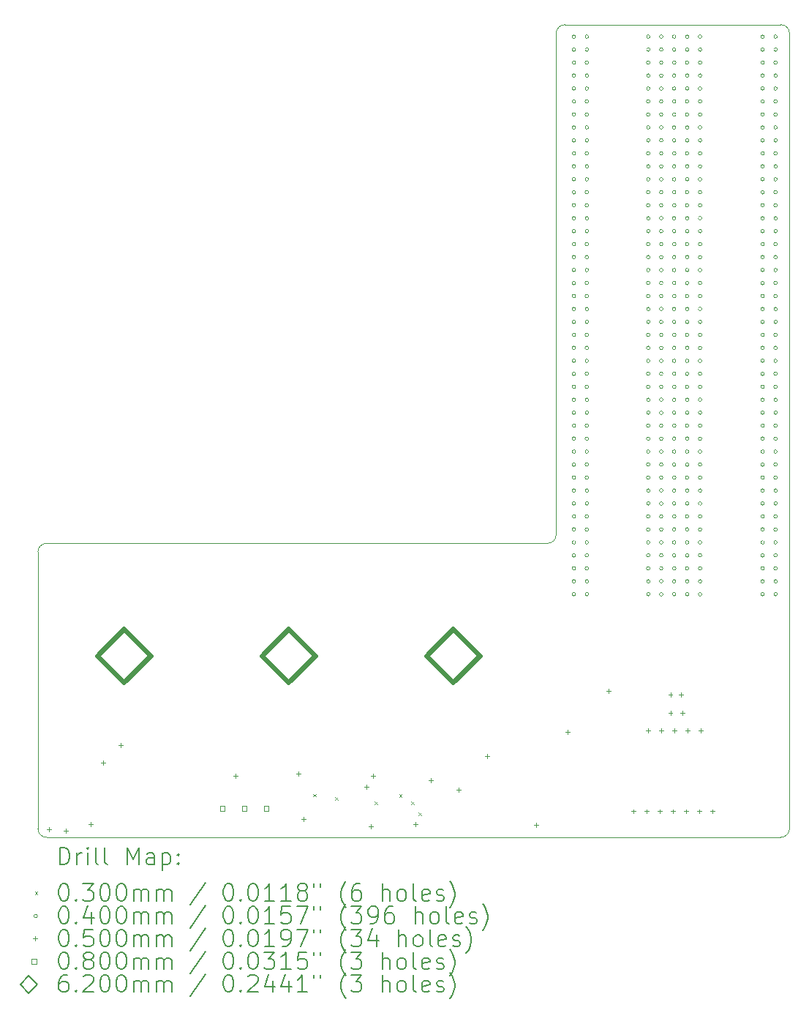
<source format=gbr>
%TF.GenerationSoftware,KiCad,Pcbnew,(6.0.8-1)-1*%
%TF.CreationDate,2022-10-22T21:38:29+02:00*%
%TF.ProjectId,shunt_regulator,7368756e-745f-4726-9567-756c61746f72,rev?*%
%TF.SameCoordinates,Original*%
%TF.FileFunction,Drillmap*%
%TF.FilePolarity,Positive*%
%FSLAX45Y45*%
G04 Gerber Fmt 4.5, Leading zero omitted, Abs format (unit mm)*
G04 Created by KiCad (PCBNEW (6.0.8-1)-1) date 2022-10-22 21:38:29*
%MOMM*%
%LPD*%
G01*
G04 APERTURE LIST*
%ADD10C,0.100000*%
%ADD11C,0.200000*%
%ADD12C,0.030000*%
%ADD13C,0.040000*%
%ADD14C,0.050000*%
%ADD15C,0.080000*%
%ADD16C,0.620000*%
G04 APERTURE END LIST*
D10*
X3000000Y1300000D02*
G75*
G03*
X3100000Y1400000I0J100000D01*
G01*
X3100000Y1500000D02*
G75*
G03*
X3100000Y1500000I0J0D01*
G01*
X3200000Y7300000D02*
G75*
G03*
X3100000Y7200000I0J-100000D01*
G01*
X5800000Y7200000D02*
G75*
G03*
X5700000Y7300000I-100000J0D01*
G01*
X5700000Y-2100000D02*
G75*
G03*
X5800000Y-2000000I0J100000D01*
G01*
X-2900000Y-2000000D02*
G75*
G03*
X-2800000Y-2100000I100000J0D01*
G01*
X-2800000Y1300000D02*
G75*
G03*
X-2900000Y1200000I0J-100000D01*
G01*
X-2900000Y1200000D02*
X-2900000Y-2000000D01*
X3100000Y7200000D02*
X3100000Y1400000D01*
X5700000Y7300000D02*
X3200000Y7300000D01*
X5800000Y-2000000D02*
X5800000Y7200000D01*
X-2800000Y-2100000D02*
X5700000Y-2100000D01*
X-2800000Y1300000D02*
X3000000Y1300000D01*
D11*
D12*
X289800Y-1599500D02*
X319800Y-1629500D01*
X319800Y-1599500D02*
X289800Y-1629500D01*
X543800Y-1637600D02*
X573800Y-1667600D01*
X573800Y-1637600D02*
X543800Y-1667600D01*
X1001000Y-1688400D02*
X1031000Y-1718400D01*
X1031000Y-1688400D02*
X1001000Y-1718400D01*
X1284254Y-1601256D02*
X1314254Y-1631256D01*
X1314254Y-1601256D02*
X1284254Y-1631256D01*
X1420100Y-1688400D02*
X1450100Y-1718400D01*
X1450100Y-1688400D02*
X1420100Y-1718400D01*
X1509000Y-1815400D02*
X1539000Y-1845400D01*
X1539000Y-1815400D02*
X1509000Y-1845400D01*
D13*
X3324400Y7161200D02*
G75*
G03*
X3324400Y7161200I-20000J0D01*
G01*
X3324400Y7011200D02*
G75*
G03*
X3324400Y7011200I-20000J0D01*
G01*
X3324400Y6861200D02*
G75*
G03*
X3324400Y6861200I-20000J0D01*
G01*
X3324400Y6711200D02*
G75*
G03*
X3324400Y6711200I-20000J0D01*
G01*
X3324400Y6561200D02*
G75*
G03*
X3324400Y6561200I-20000J0D01*
G01*
X3324400Y6411200D02*
G75*
G03*
X3324400Y6411200I-20000J0D01*
G01*
X3324400Y6261200D02*
G75*
G03*
X3324400Y6261200I-20000J0D01*
G01*
X3324400Y6111200D02*
G75*
G03*
X3324400Y6111200I-20000J0D01*
G01*
X3324400Y5961200D02*
G75*
G03*
X3324400Y5961200I-20000J0D01*
G01*
X3324400Y5811200D02*
G75*
G03*
X3324400Y5811200I-20000J0D01*
G01*
X3324400Y5661200D02*
G75*
G03*
X3324400Y5661200I-20000J0D01*
G01*
X3324400Y5511200D02*
G75*
G03*
X3324400Y5511200I-20000J0D01*
G01*
X3324400Y5361200D02*
G75*
G03*
X3324400Y5361200I-20000J0D01*
G01*
X3324400Y5211200D02*
G75*
G03*
X3324400Y5211200I-20000J0D01*
G01*
X3324400Y5061200D02*
G75*
G03*
X3324400Y5061200I-20000J0D01*
G01*
X3324400Y4911200D02*
G75*
G03*
X3324400Y4911200I-20000J0D01*
G01*
X3324400Y4761200D02*
G75*
G03*
X3324400Y4761200I-20000J0D01*
G01*
X3324400Y4611200D02*
G75*
G03*
X3324400Y4611200I-20000J0D01*
G01*
X3324400Y4461200D02*
G75*
G03*
X3324400Y4461200I-20000J0D01*
G01*
X3324400Y4311200D02*
G75*
G03*
X3324400Y4311200I-20000J0D01*
G01*
X3324400Y4161200D02*
G75*
G03*
X3324400Y4161200I-20000J0D01*
G01*
X3324400Y4011200D02*
G75*
G03*
X3324400Y4011200I-20000J0D01*
G01*
X3324400Y3861200D02*
G75*
G03*
X3324400Y3861200I-20000J0D01*
G01*
X3324400Y3711200D02*
G75*
G03*
X3324400Y3711200I-20000J0D01*
G01*
X3324400Y3561200D02*
G75*
G03*
X3324400Y3561200I-20000J0D01*
G01*
X3324400Y3411200D02*
G75*
G03*
X3324400Y3411200I-20000J0D01*
G01*
X3324400Y3261200D02*
G75*
G03*
X3324400Y3261200I-20000J0D01*
G01*
X3324400Y3111200D02*
G75*
G03*
X3324400Y3111200I-20000J0D01*
G01*
X3324400Y2961200D02*
G75*
G03*
X3324400Y2961200I-20000J0D01*
G01*
X3324400Y2811200D02*
G75*
G03*
X3324400Y2811200I-20000J0D01*
G01*
X3324400Y2661200D02*
G75*
G03*
X3324400Y2661200I-20000J0D01*
G01*
X3324400Y2511200D02*
G75*
G03*
X3324400Y2511200I-20000J0D01*
G01*
X3324400Y2361200D02*
G75*
G03*
X3324400Y2361200I-20000J0D01*
G01*
X3324400Y2211200D02*
G75*
G03*
X3324400Y2211200I-20000J0D01*
G01*
X3324400Y2061200D02*
G75*
G03*
X3324400Y2061200I-20000J0D01*
G01*
X3324400Y1911200D02*
G75*
G03*
X3324400Y1911200I-20000J0D01*
G01*
X3324400Y1761200D02*
G75*
G03*
X3324400Y1761200I-20000J0D01*
G01*
X3324400Y1611200D02*
G75*
G03*
X3324400Y1611200I-20000J0D01*
G01*
X3324400Y1461200D02*
G75*
G03*
X3324400Y1461200I-20000J0D01*
G01*
X3324400Y1311200D02*
G75*
G03*
X3324400Y1311200I-20000J0D01*
G01*
X3324400Y1161200D02*
G75*
G03*
X3324400Y1161200I-20000J0D01*
G01*
X3324400Y1011200D02*
G75*
G03*
X3324400Y1011200I-20000J0D01*
G01*
X3324400Y861200D02*
G75*
G03*
X3324400Y861200I-20000J0D01*
G01*
X3324400Y711200D02*
G75*
G03*
X3324400Y711200I-20000J0D01*
G01*
X3474400Y7161200D02*
G75*
G03*
X3474400Y7161200I-20000J0D01*
G01*
X3474400Y7011200D02*
G75*
G03*
X3474400Y7011200I-20000J0D01*
G01*
X3474400Y6861200D02*
G75*
G03*
X3474400Y6861200I-20000J0D01*
G01*
X3474400Y6711200D02*
G75*
G03*
X3474400Y6711200I-20000J0D01*
G01*
X3474400Y6561200D02*
G75*
G03*
X3474400Y6561200I-20000J0D01*
G01*
X3474400Y6411200D02*
G75*
G03*
X3474400Y6411200I-20000J0D01*
G01*
X3474400Y6261200D02*
G75*
G03*
X3474400Y6261200I-20000J0D01*
G01*
X3474400Y6111200D02*
G75*
G03*
X3474400Y6111200I-20000J0D01*
G01*
X3474400Y5961200D02*
G75*
G03*
X3474400Y5961200I-20000J0D01*
G01*
X3474400Y5811200D02*
G75*
G03*
X3474400Y5811200I-20000J0D01*
G01*
X3474400Y5661200D02*
G75*
G03*
X3474400Y5661200I-20000J0D01*
G01*
X3474400Y5511200D02*
G75*
G03*
X3474400Y5511200I-20000J0D01*
G01*
X3474400Y5361200D02*
G75*
G03*
X3474400Y5361200I-20000J0D01*
G01*
X3474400Y5211200D02*
G75*
G03*
X3474400Y5211200I-20000J0D01*
G01*
X3474400Y5061200D02*
G75*
G03*
X3474400Y5061200I-20000J0D01*
G01*
X3474400Y4911200D02*
G75*
G03*
X3474400Y4911200I-20000J0D01*
G01*
X3474400Y4761200D02*
G75*
G03*
X3474400Y4761200I-20000J0D01*
G01*
X3474400Y4611200D02*
G75*
G03*
X3474400Y4611200I-20000J0D01*
G01*
X3474400Y4461200D02*
G75*
G03*
X3474400Y4461200I-20000J0D01*
G01*
X3474400Y4311200D02*
G75*
G03*
X3474400Y4311200I-20000J0D01*
G01*
X3474400Y4161200D02*
G75*
G03*
X3474400Y4161200I-20000J0D01*
G01*
X3474400Y4011200D02*
G75*
G03*
X3474400Y4011200I-20000J0D01*
G01*
X3474400Y3861200D02*
G75*
G03*
X3474400Y3861200I-20000J0D01*
G01*
X3474400Y3711200D02*
G75*
G03*
X3474400Y3711200I-20000J0D01*
G01*
X3474400Y3561200D02*
G75*
G03*
X3474400Y3561200I-20000J0D01*
G01*
X3474400Y3411200D02*
G75*
G03*
X3474400Y3411200I-20000J0D01*
G01*
X3474400Y3261200D02*
G75*
G03*
X3474400Y3261200I-20000J0D01*
G01*
X3474400Y3111200D02*
G75*
G03*
X3474400Y3111200I-20000J0D01*
G01*
X3474400Y2961200D02*
G75*
G03*
X3474400Y2961200I-20000J0D01*
G01*
X3474400Y2811200D02*
G75*
G03*
X3474400Y2811200I-20000J0D01*
G01*
X3474400Y2661200D02*
G75*
G03*
X3474400Y2661200I-20000J0D01*
G01*
X3474400Y2511200D02*
G75*
G03*
X3474400Y2511200I-20000J0D01*
G01*
X3474400Y2361200D02*
G75*
G03*
X3474400Y2361200I-20000J0D01*
G01*
X3474400Y2211200D02*
G75*
G03*
X3474400Y2211200I-20000J0D01*
G01*
X3474400Y2061200D02*
G75*
G03*
X3474400Y2061200I-20000J0D01*
G01*
X3474400Y1911200D02*
G75*
G03*
X3474400Y1911200I-20000J0D01*
G01*
X3474400Y1761200D02*
G75*
G03*
X3474400Y1761200I-20000J0D01*
G01*
X3474400Y1611200D02*
G75*
G03*
X3474400Y1611200I-20000J0D01*
G01*
X3474400Y1461200D02*
G75*
G03*
X3474400Y1461200I-20000J0D01*
G01*
X3474400Y1311200D02*
G75*
G03*
X3474400Y1311200I-20000J0D01*
G01*
X3474400Y1161200D02*
G75*
G03*
X3474400Y1161200I-20000J0D01*
G01*
X3474400Y1011200D02*
G75*
G03*
X3474400Y1011200I-20000J0D01*
G01*
X3474400Y861200D02*
G75*
G03*
X3474400Y861200I-20000J0D01*
G01*
X3474400Y711200D02*
G75*
G03*
X3474400Y711200I-20000J0D01*
G01*
X4185600Y7161200D02*
G75*
G03*
X4185600Y7161200I-20000J0D01*
G01*
X4185600Y7011200D02*
G75*
G03*
X4185600Y7011200I-20000J0D01*
G01*
X4185600Y6861200D02*
G75*
G03*
X4185600Y6861200I-20000J0D01*
G01*
X4185600Y6711200D02*
G75*
G03*
X4185600Y6711200I-20000J0D01*
G01*
X4185600Y6561200D02*
G75*
G03*
X4185600Y6561200I-20000J0D01*
G01*
X4185600Y6411200D02*
G75*
G03*
X4185600Y6411200I-20000J0D01*
G01*
X4185600Y6261200D02*
G75*
G03*
X4185600Y6261200I-20000J0D01*
G01*
X4185600Y6111200D02*
G75*
G03*
X4185600Y6111200I-20000J0D01*
G01*
X4185600Y5961200D02*
G75*
G03*
X4185600Y5961200I-20000J0D01*
G01*
X4185600Y5811200D02*
G75*
G03*
X4185600Y5811200I-20000J0D01*
G01*
X4185600Y5661200D02*
G75*
G03*
X4185600Y5661200I-20000J0D01*
G01*
X4185600Y5511200D02*
G75*
G03*
X4185600Y5511200I-20000J0D01*
G01*
X4185600Y5361200D02*
G75*
G03*
X4185600Y5361200I-20000J0D01*
G01*
X4185600Y5211200D02*
G75*
G03*
X4185600Y5211200I-20000J0D01*
G01*
X4185600Y5061200D02*
G75*
G03*
X4185600Y5061200I-20000J0D01*
G01*
X4185600Y4911200D02*
G75*
G03*
X4185600Y4911200I-20000J0D01*
G01*
X4185600Y4761200D02*
G75*
G03*
X4185600Y4761200I-20000J0D01*
G01*
X4185600Y4611200D02*
G75*
G03*
X4185600Y4611200I-20000J0D01*
G01*
X4185600Y4461200D02*
G75*
G03*
X4185600Y4461200I-20000J0D01*
G01*
X4185600Y4311200D02*
G75*
G03*
X4185600Y4311200I-20000J0D01*
G01*
X4185600Y4161200D02*
G75*
G03*
X4185600Y4161200I-20000J0D01*
G01*
X4185600Y4011200D02*
G75*
G03*
X4185600Y4011200I-20000J0D01*
G01*
X4185600Y3861200D02*
G75*
G03*
X4185600Y3861200I-20000J0D01*
G01*
X4185600Y3711200D02*
G75*
G03*
X4185600Y3711200I-20000J0D01*
G01*
X4185600Y3561200D02*
G75*
G03*
X4185600Y3561200I-20000J0D01*
G01*
X4185600Y3411200D02*
G75*
G03*
X4185600Y3411200I-20000J0D01*
G01*
X4185600Y3261200D02*
G75*
G03*
X4185600Y3261200I-20000J0D01*
G01*
X4185600Y3111200D02*
G75*
G03*
X4185600Y3111200I-20000J0D01*
G01*
X4185600Y2961200D02*
G75*
G03*
X4185600Y2961200I-20000J0D01*
G01*
X4185600Y2811200D02*
G75*
G03*
X4185600Y2811200I-20000J0D01*
G01*
X4185600Y2661200D02*
G75*
G03*
X4185600Y2661200I-20000J0D01*
G01*
X4185600Y2511200D02*
G75*
G03*
X4185600Y2511200I-20000J0D01*
G01*
X4185600Y2361200D02*
G75*
G03*
X4185600Y2361200I-20000J0D01*
G01*
X4185600Y2211200D02*
G75*
G03*
X4185600Y2211200I-20000J0D01*
G01*
X4185600Y2061200D02*
G75*
G03*
X4185600Y2061200I-20000J0D01*
G01*
X4185600Y1911200D02*
G75*
G03*
X4185600Y1911200I-20000J0D01*
G01*
X4185600Y1761200D02*
G75*
G03*
X4185600Y1761200I-20000J0D01*
G01*
X4185600Y1611200D02*
G75*
G03*
X4185600Y1611200I-20000J0D01*
G01*
X4185600Y1461200D02*
G75*
G03*
X4185600Y1461200I-20000J0D01*
G01*
X4185600Y1311200D02*
G75*
G03*
X4185600Y1311200I-20000J0D01*
G01*
X4185600Y1161200D02*
G75*
G03*
X4185600Y1161200I-20000J0D01*
G01*
X4185600Y1011200D02*
G75*
G03*
X4185600Y1011200I-20000J0D01*
G01*
X4185600Y861200D02*
G75*
G03*
X4185600Y861200I-20000J0D01*
G01*
X4185600Y711200D02*
G75*
G03*
X4185600Y711200I-20000J0D01*
G01*
X4335600Y7161200D02*
G75*
G03*
X4335600Y7161200I-20000J0D01*
G01*
X4335600Y7011200D02*
G75*
G03*
X4335600Y7011200I-20000J0D01*
G01*
X4335600Y6861200D02*
G75*
G03*
X4335600Y6861200I-20000J0D01*
G01*
X4335600Y6711200D02*
G75*
G03*
X4335600Y6711200I-20000J0D01*
G01*
X4335600Y6561200D02*
G75*
G03*
X4335600Y6561200I-20000J0D01*
G01*
X4335600Y6411200D02*
G75*
G03*
X4335600Y6411200I-20000J0D01*
G01*
X4335600Y6261200D02*
G75*
G03*
X4335600Y6261200I-20000J0D01*
G01*
X4335600Y6111200D02*
G75*
G03*
X4335600Y6111200I-20000J0D01*
G01*
X4335600Y5961200D02*
G75*
G03*
X4335600Y5961200I-20000J0D01*
G01*
X4335600Y5811200D02*
G75*
G03*
X4335600Y5811200I-20000J0D01*
G01*
X4335600Y5661200D02*
G75*
G03*
X4335600Y5661200I-20000J0D01*
G01*
X4335600Y5511200D02*
G75*
G03*
X4335600Y5511200I-20000J0D01*
G01*
X4335600Y5361200D02*
G75*
G03*
X4335600Y5361200I-20000J0D01*
G01*
X4335600Y5211200D02*
G75*
G03*
X4335600Y5211200I-20000J0D01*
G01*
X4335600Y5061200D02*
G75*
G03*
X4335600Y5061200I-20000J0D01*
G01*
X4335600Y4911200D02*
G75*
G03*
X4335600Y4911200I-20000J0D01*
G01*
X4335600Y4761200D02*
G75*
G03*
X4335600Y4761200I-20000J0D01*
G01*
X4335600Y4611200D02*
G75*
G03*
X4335600Y4611200I-20000J0D01*
G01*
X4335600Y4461200D02*
G75*
G03*
X4335600Y4461200I-20000J0D01*
G01*
X4335600Y4311200D02*
G75*
G03*
X4335600Y4311200I-20000J0D01*
G01*
X4335600Y4161200D02*
G75*
G03*
X4335600Y4161200I-20000J0D01*
G01*
X4335600Y4011200D02*
G75*
G03*
X4335600Y4011200I-20000J0D01*
G01*
X4335600Y3861200D02*
G75*
G03*
X4335600Y3861200I-20000J0D01*
G01*
X4335600Y3711200D02*
G75*
G03*
X4335600Y3711200I-20000J0D01*
G01*
X4335600Y3561200D02*
G75*
G03*
X4335600Y3561200I-20000J0D01*
G01*
X4335600Y3411200D02*
G75*
G03*
X4335600Y3411200I-20000J0D01*
G01*
X4335600Y3261200D02*
G75*
G03*
X4335600Y3261200I-20000J0D01*
G01*
X4335600Y3111200D02*
G75*
G03*
X4335600Y3111200I-20000J0D01*
G01*
X4335600Y2961200D02*
G75*
G03*
X4335600Y2961200I-20000J0D01*
G01*
X4335600Y2811200D02*
G75*
G03*
X4335600Y2811200I-20000J0D01*
G01*
X4335600Y2661200D02*
G75*
G03*
X4335600Y2661200I-20000J0D01*
G01*
X4335600Y2511200D02*
G75*
G03*
X4335600Y2511200I-20000J0D01*
G01*
X4335600Y2361200D02*
G75*
G03*
X4335600Y2361200I-20000J0D01*
G01*
X4335600Y2211200D02*
G75*
G03*
X4335600Y2211200I-20000J0D01*
G01*
X4335600Y2061200D02*
G75*
G03*
X4335600Y2061200I-20000J0D01*
G01*
X4335600Y1911200D02*
G75*
G03*
X4335600Y1911200I-20000J0D01*
G01*
X4335600Y1761200D02*
G75*
G03*
X4335600Y1761200I-20000J0D01*
G01*
X4335600Y1611200D02*
G75*
G03*
X4335600Y1611200I-20000J0D01*
G01*
X4335600Y1461200D02*
G75*
G03*
X4335600Y1461200I-20000J0D01*
G01*
X4335600Y1311200D02*
G75*
G03*
X4335600Y1311200I-20000J0D01*
G01*
X4335600Y1161200D02*
G75*
G03*
X4335600Y1161200I-20000J0D01*
G01*
X4335600Y1011200D02*
G75*
G03*
X4335600Y1011200I-20000J0D01*
G01*
X4335600Y861200D02*
G75*
G03*
X4335600Y861200I-20000J0D01*
G01*
X4335600Y711200D02*
G75*
G03*
X4335600Y711200I-20000J0D01*
G01*
X4485600Y7161200D02*
G75*
G03*
X4485600Y7161200I-20000J0D01*
G01*
X4485600Y7011200D02*
G75*
G03*
X4485600Y7011200I-20000J0D01*
G01*
X4485600Y6861200D02*
G75*
G03*
X4485600Y6861200I-20000J0D01*
G01*
X4485600Y6711200D02*
G75*
G03*
X4485600Y6711200I-20000J0D01*
G01*
X4485600Y6561200D02*
G75*
G03*
X4485600Y6561200I-20000J0D01*
G01*
X4485600Y6411200D02*
G75*
G03*
X4485600Y6411200I-20000J0D01*
G01*
X4485600Y6261200D02*
G75*
G03*
X4485600Y6261200I-20000J0D01*
G01*
X4485600Y6111200D02*
G75*
G03*
X4485600Y6111200I-20000J0D01*
G01*
X4485600Y5961200D02*
G75*
G03*
X4485600Y5961200I-20000J0D01*
G01*
X4485600Y5811200D02*
G75*
G03*
X4485600Y5811200I-20000J0D01*
G01*
X4485600Y5661200D02*
G75*
G03*
X4485600Y5661200I-20000J0D01*
G01*
X4485600Y5511200D02*
G75*
G03*
X4485600Y5511200I-20000J0D01*
G01*
X4485600Y5361200D02*
G75*
G03*
X4485600Y5361200I-20000J0D01*
G01*
X4485600Y5211200D02*
G75*
G03*
X4485600Y5211200I-20000J0D01*
G01*
X4485600Y5061200D02*
G75*
G03*
X4485600Y5061200I-20000J0D01*
G01*
X4485600Y4911200D02*
G75*
G03*
X4485600Y4911200I-20000J0D01*
G01*
X4485600Y4761200D02*
G75*
G03*
X4485600Y4761200I-20000J0D01*
G01*
X4485600Y4611200D02*
G75*
G03*
X4485600Y4611200I-20000J0D01*
G01*
X4485600Y4461200D02*
G75*
G03*
X4485600Y4461200I-20000J0D01*
G01*
X4485600Y4311200D02*
G75*
G03*
X4485600Y4311200I-20000J0D01*
G01*
X4485600Y4161200D02*
G75*
G03*
X4485600Y4161200I-20000J0D01*
G01*
X4485600Y4011200D02*
G75*
G03*
X4485600Y4011200I-20000J0D01*
G01*
X4485600Y3861200D02*
G75*
G03*
X4485600Y3861200I-20000J0D01*
G01*
X4485600Y3711200D02*
G75*
G03*
X4485600Y3711200I-20000J0D01*
G01*
X4485600Y3561200D02*
G75*
G03*
X4485600Y3561200I-20000J0D01*
G01*
X4485600Y3411200D02*
G75*
G03*
X4485600Y3411200I-20000J0D01*
G01*
X4485600Y3261200D02*
G75*
G03*
X4485600Y3261200I-20000J0D01*
G01*
X4485600Y3111200D02*
G75*
G03*
X4485600Y3111200I-20000J0D01*
G01*
X4485600Y2961200D02*
G75*
G03*
X4485600Y2961200I-20000J0D01*
G01*
X4485600Y2811200D02*
G75*
G03*
X4485600Y2811200I-20000J0D01*
G01*
X4485600Y2661200D02*
G75*
G03*
X4485600Y2661200I-20000J0D01*
G01*
X4485600Y2511200D02*
G75*
G03*
X4485600Y2511200I-20000J0D01*
G01*
X4485600Y2361200D02*
G75*
G03*
X4485600Y2361200I-20000J0D01*
G01*
X4485600Y2211200D02*
G75*
G03*
X4485600Y2211200I-20000J0D01*
G01*
X4485600Y2061200D02*
G75*
G03*
X4485600Y2061200I-20000J0D01*
G01*
X4485600Y1911200D02*
G75*
G03*
X4485600Y1911200I-20000J0D01*
G01*
X4485600Y1761200D02*
G75*
G03*
X4485600Y1761200I-20000J0D01*
G01*
X4485600Y1611200D02*
G75*
G03*
X4485600Y1611200I-20000J0D01*
G01*
X4485600Y1461200D02*
G75*
G03*
X4485600Y1461200I-20000J0D01*
G01*
X4485600Y1311200D02*
G75*
G03*
X4485600Y1311200I-20000J0D01*
G01*
X4485600Y1161200D02*
G75*
G03*
X4485600Y1161200I-20000J0D01*
G01*
X4485600Y1011200D02*
G75*
G03*
X4485600Y1011200I-20000J0D01*
G01*
X4485600Y861200D02*
G75*
G03*
X4485600Y861200I-20000J0D01*
G01*
X4485600Y711200D02*
G75*
G03*
X4485600Y711200I-20000J0D01*
G01*
X4635600Y7161200D02*
G75*
G03*
X4635600Y7161200I-20000J0D01*
G01*
X4635600Y7011200D02*
G75*
G03*
X4635600Y7011200I-20000J0D01*
G01*
X4635600Y6861200D02*
G75*
G03*
X4635600Y6861200I-20000J0D01*
G01*
X4635600Y6711200D02*
G75*
G03*
X4635600Y6711200I-20000J0D01*
G01*
X4635600Y6561200D02*
G75*
G03*
X4635600Y6561200I-20000J0D01*
G01*
X4635600Y6411200D02*
G75*
G03*
X4635600Y6411200I-20000J0D01*
G01*
X4635600Y6261200D02*
G75*
G03*
X4635600Y6261200I-20000J0D01*
G01*
X4635600Y6111200D02*
G75*
G03*
X4635600Y6111200I-20000J0D01*
G01*
X4635600Y5961200D02*
G75*
G03*
X4635600Y5961200I-20000J0D01*
G01*
X4635600Y5811200D02*
G75*
G03*
X4635600Y5811200I-20000J0D01*
G01*
X4635600Y5661200D02*
G75*
G03*
X4635600Y5661200I-20000J0D01*
G01*
X4635600Y5511200D02*
G75*
G03*
X4635600Y5511200I-20000J0D01*
G01*
X4635600Y5361200D02*
G75*
G03*
X4635600Y5361200I-20000J0D01*
G01*
X4635600Y5211200D02*
G75*
G03*
X4635600Y5211200I-20000J0D01*
G01*
X4635600Y5061200D02*
G75*
G03*
X4635600Y5061200I-20000J0D01*
G01*
X4635600Y4911200D02*
G75*
G03*
X4635600Y4911200I-20000J0D01*
G01*
X4635600Y4761200D02*
G75*
G03*
X4635600Y4761200I-20000J0D01*
G01*
X4635600Y4611200D02*
G75*
G03*
X4635600Y4611200I-20000J0D01*
G01*
X4635600Y4461200D02*
G75*
G03*
X4635600Y4461200I-20000J0D01*
G01*
X4635600Y4311200D02*
G75*
G03*
X4635600Y4311200I-20000J0D01*
G01*
X4635600Y4161200D02*
G75*
G03*
X4635600Y4161200I-20000J0D01*
G01*
X4635600Y4011200D02*
G75*
G03*
X4635600Y4011200I-20000J0D01*
G01*
X4635600Y3861200D02*
G75*
G03*
X4635600Y3861200I-20000J0D01*
G01*
X4635600Y3711200D02*
G75*
G03*
X4635600Y3711200I-20000J0D01*
G01*
X4635600Y3561200D02*
G75*
G03*
X4635600Y3561200I-20000J0D01*
G01*
X4635600Y3411200D02*
G75*
G03*
X4635600Y3411200I-20000J0D01*
G01*
X4635600Y3261200D02*
G75*
G03*
X4635600Y3261200I-20000J0D01*
G01*
X4635600Y3111200D02*
G75*
G03*
X4635600Y3111200I-20000J0D01*
G01*
X4635600Y2961200D02*
G75*
G03*
X4635600Y2961200I-20000J0D01*
G01*
X4635600Y2811200D02*
G75*
G03*
X4635600Y2811200I-20000J0D01*
G01*
X4635600Y2661200D02*
G75*
G03*
X4635600Y2661200I-20000J0D01*
G01*
X4635600Y2511200D02*
G75*
G03*
X4635600Y2511200I-20000J0D01*
G01*
X4635600Y2361200D02*
G75*
G03*
X4635600Y2361200I-20000J0D01*
G01*
X4635600Y2211200D02*
G75*
G03*
X4635600Y2211200I-20000J0D01*
G01*
X4635600Y2061200D02*
G75*
G03*
X4635600Y2061200I-20000J0D01*
G01*
X4635600Y1911200D02*
G75*
G03*
X4635600Y1911200I-20000J0D01*
G01*
X4635600Y1761200D02*
G75*
G03*
X4635600Y1761200I-20000J0D01*
G01*
X4635600Y1611200D02*
G75*
G03*
X4635600Y1611200I-20000J0D01*
G01*
X4635600Y1461200D02*
G75*
G03*
X4635600Y1461200I-20000J0D01*
G01*
X4635600Y1311200D02*
G75*
G03*
X4635600Y1311200I-20000J0D01*
G01*
X4635600Y1161200D02*
G75*
G03*
X4635600Y1161200I-20000J0D01*
G01*
X4635600Y1011200D02*
G75*
G03*
X4635600Y1011200I-20000J0D01*
G01*
X4635600Y861200D02*
G75*
G03*
X4635600Y861200I-20000J0D01*
G01*
X4635600Y711200D02*
G75*
G03*
X4635600Y711200I-20000J0D01*
G01*
X4785600Y7161200D02*
G75*
G03*
X4785600Y7161200I-20000J0D01*
G01*
X4785600Y7011200D02*
G75*
G03*
X4785600Y7011200I-20000J0D01*
G01*
X4785600Y6861200D02*
G75*
G03*
X4785600Y6861200I-20000J0D01*
G01*
X4785600Y6711200D02*
G75*
G03*
X4785600Y6711200I-20000J0D01*
G01*
X4785600Y6561200D02*
G75*
G03*
X4785600Y6561200I-20000J0D01*
G01*
X4785600Y6411200D02*
G75*
G03*
X4785600Y6411200I-20000J0D01*
G01*
X4785600Y6261200D02*
G75*
G03*
X4785600Y6261200I-20000J0D01*
G01*
X4785600Y6111200D02*
G75*
G03*
X4785600Y6111200I-20000J0D01*
G01*
X4785600Y5961200D02*
G75*
G03*
X4785600Y5961200I-20000J0D01*
G01*
X4785600Y5811200D02*
G75*
G03*
X4785600Y5811200I-20000J0D01*
G01*
X4785600Y5661200D02*
G75*
G03*
X4785600Y5661200I-20000J0D01*
G01*
X4785600Y5511200D02*
G75*
G03*
X4785600Y5511200I-20000J0D01*
G01*
X4785600Y5361200D02*
G75*
G03*
X4785600Y5361200I-20000J0D01*
G01*
X4785600Y5211200D02*
G75*
G03*
X4785600Y5211200I-20000J0D01*
G01*
X4785600Y5061200D02*
G75*
G03*
X4785600Y5061200I-20000J0D01*
G01*
X4785600Y4911200D02*
G75*
G03*
X4785600Y4911200I-20000J0D01*
G01*
X4785600Y4761200D02*
G75*
G03*
X4785600Y4761200I-20000J0D01*
G01*
X4785600Y4611200D02*
G75*
G03*
X4785600Y4611200I-20000J0D01*
G01*
X4785600Y4461200D02*
G75*
G03*
X4785600Y4461200I-20000J0D01*
G01*
X4785600Y4311200D02*
G75*
G03*
X4785600Y4311200I-20000J0D01*
G01*
X4785600Y4161200D02*
G75*
G03*
X4785600Y4161200I-20000J0D01*
G01*
X4785600Y4011200D02*
G75*
G03*
X4785600Y4011200I-20000J0D01*
G01*
X4785600Y3861200D02*
G75*
G03*
X4785600Y3861200I-20000J0D01*
G01*
X4785600Y3711200D02*
G75*
G03*
X4785600Y3711200I-20000J0D01*
G01*
X4785600Y3561200D02*
G75*
G03*
X4785600Y3561200I-20000J0D01*
G01*
X4785600Y3411200D02*
G75*
G03*
X4785600Y3411200I-20000J0D01*
G01*
X4785600Y3261200D02*
G75*
G03*
X4785600Y3261200I-20000J0D01*
G01*
X4785600Y3111200D02*
G75*
G03*
X4785600Y3111200I-20000J0D01*
G01*
X4785600Y2961200D02*
G75*
G03*
X4785600Y2961200I-20000J0D01*
G01*
X4785600Y2811200D02*
G75*
G03*
X4785600Y2811200I-20000J0D01*
G01*
X4785600Y2661200D02*
G75*
G03*
X4785600Y2661200I-20000J0D01*
G01*
X4785600Y2511200D02*
G75*
G03*
X4785600Y2511200I-20000J0D01*
G01*
X4785600Y2361200D02*
G75*
G03*
X4785600Y2361200I-20000J0D01*
G01*
X4785600Y2211200D02*
G75*
G03*
X4785600Y2211200I-20000J0D01*
G01*
X4785600Y2061200D02*
G75*
G03*
X4785600Y2061200I-20000J0D01*
G01*
X4785600Y1911200D02*
G75*
G03*
X4785600Y1911200I-20000J0D01*
G01*
X4785600Y1761200D02*
G75*
G03*
X4785600Y1761200I-20000J0D01*
G01*
X4785600Y1611200D02*
G75*
G03*
X4785600Y1611200I-20000J0D01*
G01*
X4785600Y1461200D02*
G75*
G03*
X4785600Y1461200I-20000J0D01*
G01*
X4785600Y1311200D02*
G75*
G03*
X4785600Y1311200I-20000J0D01*
G01*
X4785600Y1161200D02*
G75*
G03*
X4785600Y1161200I-20000J0D01*
G01*
X4785600Y1011200D02*
G75*
G03*
X4785600Y1011200I-20000J0D01*
G01*
X4785600Y861200D02*
G75*
G03*
X4785600Y861200I-20000J0D01*
G01*
X4785600Y711200D02*
G75*
G03*
X4785600Y711200I-20000J0D01*
G01*
X5508800Y7161200D02*
G75*
G03*
X5508800Y7161200I-20000J0D01*
G01*
X5508800Y7011200D02*
G75*
G03*
X5508800Y7011200I-20000J0D01*
G01*
X5508800Y6861200D02*
G75*
G03*
X5508800Y6861200I-20000J0D01*
G01*
X5508800Y6711200D02*
G75*
G03*
X5508800Y6711200I-20000J0D01*
G01*
X5508800Y6561200D02*
G75*
G03*
X5508800Y6561200I-20000J0D01*
G01*
X5508800Y6411200D02*
G75*
G03*
X5508800Y6411200I-20000J0D01*
G01*
X5508800Y6261200D02*
G75*
G03*
X5508800Y6261200I-20000J0D01*
G01*
X5508800Y6111200D02*
G75*
G03*
X5508800Y6111200I-20000J0D01*
G01*
X5508800Y5961200D02*
G75*
G03*
X5508800Y5961200I-20000J0D01*
G01*
X5508800Y5811200D02*
G75*
G03*
X5508800Y5811200I-20000J0D01*
G01*
X5508800Y5661200D02*
G75*
G03*
X5508800Y5661200I-20000J0D01*
G01*
X5508800Y5511200D02*
G75*
G03*
X5508800Y5511200I-20000J0D01*
G01*
X5508800Y5361200D02*
G75*
G03*
X5508800Y5361200I-20000J0D01*
G01*
X5508800Y5211200D02*
G75*
G03*
X5508800Y5211200I-20000J0D01*
G01*
X5508800Y5061200D02*
G75*
G03*
X5508800Y5061200I-20000J0D01*
G01*
X5508800Y4911200D02*
G75*
G03*
X5508800Y4911200I-20000J0D01*
G01*
X5508800Y4761200D02*
G75*
G03*
X5508800Y4761200I-20000J0D01*
G01*
X5508800Y4611200D02*
G75*
G03*
X5508800Y4611200I-20000J0D01*
G01*
X5508800Y4461200D02*
G75*
G03*
X5508800Y4461200I-20000J0D01*
G01*
X5508800Y4311200D02*
G75*
G03*
X5508800Y4311200I-20000J0D01*
G01*
X5508800Y4161200D02*
G75*
G03*
X5508800Y4161200I-20000J0D01*
G01*
X5508800Y4011200D02*
G75*
G03*
X5508800Y4011200I-20000J0D01*
G01*
X5508800Y3861200D02*
G75*
G03*
X5508800Y3861200I-20000J0D01*
G01*
X5508800Y3711200D02*
G75*
G03*
X5508800Y3711200I-20000J0D01*
G01*
X5508800Y3561200D02*
G75*
G03*
X5508800Y3561200I-20000J0D01*
G01*
X5508800Y3411200D02*
G75*
G03*
X5508800Y3411200I-20000J0D01*
G01*
X5508800Y3261200D02*
G75*
G03*
X5508800Y3261200I-20000J0D01*
G01*
X5508800Y3111200D02*
G75*
G03*
X5508800Y3111200I-20000J0D01*
G01*
X5508800Y2961200D02*
G75*
G03*
X5508800Y2961200I-20000J0D01*
G01*
X5508800Y2811200D02*
G75*
G03*
X5508800Y2811200I-20000J0D01*
G01*
X5508800Y2661200D02*
G75*
G03*
X5508800Y2661200I-20000J0D01*
G01*
X5508800Y2511200D02*
G75*
G03*
X5508800Y2511200I-20000J0D01*
G01*
X5508800Y2361200D02*
G75*
G03*
X5508800Y2361200I-20000J0D01*
G01*
X5508800Y2211200D02*
G75*
G03*
X5508800Y2211200I-20000J0D01*
G01*
X5508800Y2061200D02*
G75*
G03*
X5508800Y2061200I-20000J0D01*
G01*
X5508800Y1911200D02*
G75*
G03*
X5508800Y1911200I-20000J0D01*
G01*
X5508800Y1761200D02*
G75*
G03*
X5508800Y1761200I-20000J0D01*
G01*
X5508800Y1611200D02*
G75*
G03*
X5508800Y1611200I-20000J0D01*
G01*
X5508800Y1461200D02*
G75*
G03*
X5508800Y1461200I-20000J0D01*
G01*
X5508800Y1311200D02*
G75*
G03*
X5508800Y1311200I-20000J0D01*
G01*
X5508800Y1161200D02*
G75*
G03*
X5508800Y1161200I-20000J0D01*
G01*
X5508800Y1011200D02*
G75*
G03*
X5508800Y1011200I-20000J0D01*
G01*
X5508800Y861200D02*
G75*
G03*
X5508800Y861200I-20000J0D01*
G01*
X5508800Y711200D02*
G75*
G03*
X5508800Y711200I-20000J0D01*
G01*
X5658800Y7161200D02*
G75*
G03*
X5658800Y7161200I-20000J0D01*
G01*
X5658800Y7011200D02*
G75*
G03*
X5658800Y7011200I-20000J0D01*
G01*
X5658800Y6861200D02*
G75*
G03*
X5658800Y6861200I-20000J0D01*
G01*
X5658800Y6711200D02*
G75*
G03*
X5658800Y6711200I-20000J0D01*
G01*
X5658800Y6561200D02*
G75*
G03*
X5658800Y6561200I-20000J0D01*
G01*
X5658800Y6411200D02*
G75*
G03*
X5658800Y6411200I-20000J0D01*
G01*
X5658800Y6261200D02*
G75*
G03*
X5658800Y6261200I-20000J0D01*
G01*
X5658800Y6111200D02*
G75*
G03*
X5658800Y6111200I-20000J0D01*
G01*
X5658800Y5961200D02*
G75*
G03*
X5658800Y5961200I-20000J0D01*
G01*
X5658800Y5811200D02*
G75*
G03*
X5658800Y5811200I-20000J0D01*
G01*
X5658800Y5661200D02*
G75*
G03*
X5658800Y5661200I-20000J0D01*
G01*
X5658800Y5511200D02*
G75*
G03*
X5658800Y5511200I-20000J0D01*
G01*
X5658800Y5361200D02*
G75*
G03*
X5658800Y5361200I-20000J0D01*
G01*
X5658800Y5211200D02*
G75*
G03*
X5658800Y5211200I-20000J0D01*
G01*
X5658800Y5061200D02*
G75*
G03*
X5658800Y5061200I-20000J0D01*
G01*
X5658800Y4911200D02*
G75*
G03*
X5658800Y4911200I-20000J0D01*
G01*
X5658800Y4761200D02*
G75*
G03*
X5658800Y4761200I-20000J0D01*
G01*
X5658800Y4611200D02*
G75*
G03*
X5658800Y4611200I-20000J0D01*
G01*
X5658800Y4461200D02*
G75*
G03*
X5658800Y4461200I-20000J0D01*
G01*
X5658800Y4311200D02*
G75*
G03*
X5658800Y4311200I-20000J0D01*
G01*
X5658800Y4161200D02*
G75*
G03*
X5658800Y4161200I-20000J0D01*
G01*
X5658800Y4011200D02*
G75*
G03*
X5658800Y4011200I-20000J0D01*
G01*
X5658800Y3861200D02*
G75*
G03*
X5658800Y3861200I-20000J0D01*
G01*
X5658800Y3711200D02*
G75*
G03*
X5658800Y3711200I-20000J0D01*
G01*
X5658800Y3561200D02*
G75*
G03*
X5658800Y3561200I-20000J0D01*
G01*
X5658800Y3411200D02*
G75*
G03*
X5658800Y3411200I-20000J0D01*
G01*
X5658800Y3261200D02*
G75*
G03*
X5658800Y3261200I-20000J0D01*
G01*
X5658800Y3111200D02*
G75*
G03*
X5658800Y3111200I-20000J0D01*
G01*
X5658800Y2961200D02*
G75*
G03*
X5658800Y2961200I-20000J0D01*
G01*
X5658800Y2811200D02*
G75*
G03*
X5658800Y2811200I-20000J0D01*
G01*
X5658800Y2661200D02*
G75*
G03*
X5658800Y2661200I-20000J0D01*
G01*
X5658800Y2511200D02*
G75*
G03*
X5658800Y2511200I-20000J0D01*
G01*
X5658800Y2361200D02*
G75*
G03*
X5658800Y2361200I-20000J0D01*
G01*
X5658800Y2211200D02*
G75*
G03*
X5658800Y2211200I-20000J0D01*
G01*
X5658800Y2061200D02*
G75*
G03*
X5658800Y2061200I-20000J0D01*
G01*
X5658800Y1911200D02*
G75*
G03*
X5658800Y1911200I-20000J0D01*
G01*
X5658800Y1761200D02*
G75*
G03*
X5658800Y1761200I-20000J0D01*
G01*
X5658800Y1611200D02*
G75*
G03*
X5658800Y1611200I-20000J0D01*
G01*
X5658800Y1461200D02*
G75*
G03*
X5658800Y1461200I-20000J0D01*
G01*
X5658800Y1311200D02*
G75*
G03*
X5658800Y1311200I-20000J0D01*
G01*
X5658800Y1161200D02*
G75*
G03*
X5658800Y1161200I-20000J0D01*
G01*
X5658800Y1011200D02*
G75*
G03*
X5658800Y1011200I-20000J0D01*
G01*
X5658800Y861200D02*
G75*
G03*
X5658800Y861200I-20000J0D01*
G01*
X5658800Y711200D02*
G75*
G03*
X5658800Y711200I-20000J0D01*
G01*
D14*
X-2768600Y-1983200D02*
X-2768600Y-2033200D01*
X-2793600Y-2008200D02*
X-2743600Y-2008200D01*
X-2578100Y-1995900D02*
X-2578100Y-2045900D01*
X-2603100Y-2020900D02*
X-2553100Y-2020900D01*
X-2286000Y-1919700D02*
X-2286000Y-1969700D01*
X-2311000Y-1944700D02*
X-2261000Y-1944700D01*
X-2147453Y-1209653D02*
X-2147453Y-1259653D01*
X-2172453Y-1234653D02*
X-2122453Y-1234653D01*
X-1943100Y-1005300D02*
X-1943100Y-1055300D01*
X-1968100Y-1030300D02*
X-1918100Y-1030300D01*
X-609600Y-1360900D02*
X-609600Y-1410900D01*
X-634600Y-1385900D02*
X-584600Y-1385900D01*
X114300Y-1335500D02*
X114300Y-1385500D01*
X89300Y-1360500D02*
X139300Y-1360500D01*
X177800Y-1865500D02*
X177800Y-1915500D01*
X152800Y-1890500D02*
X202800Y-1890500D01*
X901700Y-1487900D02*
X901700Y-1537900D01*
X876700Y-1512900D02*
X926700Y-1512900D01*
X952500Y-1945100D02*
X952500Y-1995100D01*
X927500Y-1970100D02*
X977500Y-1970100D01*
X977900Y-1360900D02*
X977900Y-1410900D01*
X952900Y-1385900D02*
X1002900Y-1385900D01*
X1473200Y-1919700D02*
X1473200Y-1969700D01*
X1448200Y-1944700D02*
X1498200Y-1944700D01*
X1651000Y-1411700D02*
X1651000Y-1461700D01*
X1626000Y-1436700D02*
X1676000Y-1436700D01*
X1968500Y-1526000D02*
X1968500Y-1576000D01*
X1943500Y-1551000D02*
X1993500Y-1551000D01*
X2298700Y-1132300D02*
X2298700Y-1182300D01*
X2273700Y-1157300D02*
X2323700Y-1157300D01*
X2870200Y-1932400D02*
X2870200Y-1982400D01*
X2845200Y-1957400D02*
X2895200Y-1957400D01*
X3231961Y-859439D02*
X3231961Y-909439D01*
X3206961Y-884439D02*
X3256961Y-884439D01*
X3708400Y-383000D02*
X3708400Y-433000D01*
X3683400Y-408000D02*
X3733400Y-408000D01*
X3992800Y-1775000D02*
X3992800Y-1825000D01*
X3967800Y-1800000D02*
X4017800Y-1800000D01*
X4145200Y-1775000D02*
X4145200Y-1825000D01*
X4120200Y-1800000D02*
X4170200Y-1800000D01*
X4165600Y-840200D02*
X4165600Y-890200D01*
X4140600Y-865200D02*
X4190600Y-865200D01*
X4297600Y-1775000D02*
X4297600Y-1825000D01*
X4272600Y-1800000D02*
X4322600Y-1800000D01*
X4318000Y-840200D02*
X4318000Y-890200D01*
X4293000Y-865200D02*
X4343000Y-865200D01*
X4421800Y-421100D02*
X4421800Y-471100D01*
X4396800Y-446100D02*
X4446800Y-446100D01*
X4421800Y-637000D02*
X4421800Y-687000D01*
X4396800Y-662000D02*
X4446800Y-662000D01*
X4450000Y-1775000D02*
X4450000Y-1825000D01*
X4425000Y-1800000D02*
X4475000Y-1800000D01*
X4470400Y-840200D02*
X4470400Y-890200D01*
X4445400Y-865200D02*
X4495400Y-865200D01*
X4546600Y-421100D02*
X4546600Y-471100D01*
X4521600Y-446100D02*
X4571600Y-446100D01*
X4559300Y-637000D02*
X4559300Y-687000D01*
X4534300Y-662000D02*
X4584300Y-662000D01*
X4602400Y-1775000D02*
X4602400Y-1825000D01*
X4577400Y-1800000D02*
X4627400Y-1800000D01*
X4622800Y-840200D02*
X4622800Y-890200D01*
X4597800Y-865200D02*
X4647800Y-865200D01*
X4754800Y-1775000D02*
X4754800Y-1825000D01*
X4729800Y-1800000D02*
X4779800Y-1800000D01*
X4775200Y-840200D02*
X4775200Y-890200D01*
X4750200Y-865200D02*
X4800200Y-865200D01*
X4907200Y-1775000D02*
X4907200Y-1825000D01*
X4882200Y-1800000D02*
X4932200Y-1800000D01*
D15*
X-734715Y-1795184D02*
X-734715Y-1738615D01*
X-791284Y-1738615D01*
X-791284Y-1795184D01*
X-734715Y-1795184D01*
X-480715Y-1795184D02*
X-480715Y-1738615D01*
X-537285Y-1738615D01*
X-537285Y-1795184D01*
X-480715Y-1795184D01*
X-226715Y-1795184D02*
X-226715Y-1738615D01*
X-283285Y-1738615D01*
X-283285Y-1795184D01*
X-226715Y-1795184D01*
D16*
X-1905000Y-310000D02*
X-1595000Y0D01*
X-1905000Y310000D01*
X-2215000Y0D01*
X-1905000Y-310000D01*
X0Y-310000D02*
X310000Y0D01*
X0Y310000D01*
X-310000Y0D01*
X0Y-310000D01*
X1905000Y-310000D02*
X2215000Y0D01*
X1905000Y310000D01*
X1595000Y0D01*
X1905000Y-310000D01*
D11*
X-2647381Y-2415476D02*
X-2647381Y-2215476D01*
X-2599762Y-2215476D01*
X-2571190Y-2225000D01*
X-2552143Y-2244048D01*
X-2542619Y-2263095D01*
X-2533095Y-2301190D01*
X-2533095Y-2329762D01*
X-2542619Y-2367857D01*
X-2552143Y-2386905D01*
X-2571190Y-2405952D01*
X-2599762Y-2415476D01*
X-2647381Y-2415476D01*
X-2447381Y-2415476D02*
X-2447381Y-2282143D01*
X-2447381Y-2320238D02*
X-2437857Y-2301190D01*
X-2428333Y-2291667D01*
X-2409286Y-2282143D01*
X-2390238Y-2282143D01*
X-2323571Y-2415476D02*
X-2323571Y-2282143D01*
X-2323571Y-2215476D02*
X-2333095Y-2225000D01*
X-2323571Y-2234524D01*
X-2314048Y-2225000D01*
X-2323571Y-2215476D01*
X-2323571Y-2234524D01*
X-2199762Y-2415476D02*
X-2218810Y-2405952D01*
X-2228333Y-2386905D01*
X-2228333Y-2215476D01*
X-2095000Y-2415476D02*
X-2114048Y-2405952D01*
X-2123571Y-2386905D01*
X-2123571Y-2215476D01*
X-1866428Y-2415476D02*
X-1866428Y-2215476D01*
X-1799762Y-2358333D01*
X-1733095Y-2215476D01*
X-1733095Y-2415476D01*
X-1552143Y-2415476D02*
X-1552143Y-2310714D01*
X-1561667Y-2291667D01*
X-1580714Y-2282143D01*
X-1618809Y-2282143D01*
X-1637857Y-2291667D01*
X-1552143Y-2405952D02*
X-1571190Y-2415476D01*
X-1618809Y-2415476D01*
X-1637857Y-2405952D01*
X-1647381Y-2386905D01*
X-1647381Y-2367857D01*
X-1637857Y-2348810D01*
X-1618809Y-2339286D01*
X-1571190Y-2339286D01*
X-1552143Y-2329762D01*
X-1456905Y-2282143D02*
X-1456905Y-2482143D01*
X-1456905Y-2291667D02*
X-1437857Y-2282143D01*
X-1399762Y-2282143D01*
X-1380714Y-2291667D01*
X-1371190Y-2301190D01*
X-1361667Y-2320238D01*
X-1361667Y-2377381D01*
X-1371190Y-2396429D01*
X-1380714Y-2405952D01*
X-1399762Y-2415476D01*
X-1437857Y-2415476D01*
X-1456905Y-2405952D01*
X-1275952Y-2396429D02*
X-1266429Y-2405952D01*
X-1275952Y-2415476D01*
X-1285476Y-2405952D01*
X-1275952Y-2396429D01*
X-1275952Y-2415476D01*
X-1275952Y-2291667D02*
X-1266429Y-2301190D01*
X-1275952Y-2310714D01*
X-1285476Y-2301190D01*
X-1275952Y-2291667D01*
X-1275952Y-2310714D01*
D12*
X-2935000Y-2730000D02*
X-2905000Y-2760000D01*
X-2905000Y-2730000D02*
X-2935000Y-2760000D01*
D11*
X-2609286Y-2635476D02*
X-2590238Y-2635476D01*
X-2571190Y-2645000D01*
X-2561667Y-2654524D01*
X-2552143Y-2673571D01*
X-2542619Y-2711667D01*
X-2542619Y-2759286D01*
X-2552143Y-2797381D01*
X-2561667Y-2816428D01*
X-2571190Y-2825952D01*
X-2590238Y-2835476D01*
X-2609286Y-2835476D01*
X-2628333Y-2825952D01*
X-2637857Y-2816428D01*
X-2647381Y-2797381D01*
X-2656905Y-2759286D01*
X-2656905Y-2711667D01*
X-2647381Y-2673571D01*
X-2637857Y-2654524D01*
X-2628333Y-2645000D01*
X-2609286Y-2635476D01*
X-2456905Y-2816428D02*
X-2447381Y-2825952D01*
X-2456905Y-2835476D01*
X-2466429Y-2825952D01*
X-2456905Y-2816428D01*
X-2456905Y-2835476D01*
X-2380714Y-2635476D02*
X-2256905Y-2635476D01*
X-2323571Y-2711667D01*
X-2295000Y-2711667D01*
X-2275952Y-2721190D01*
X-2266429Y-2730714D01*
X-2256905Y-2749762D01*
X-2256905Y-2797381D01*
X-2266429Y-2816428D01*
X-2275952Y-2825952D01*
X-2295000Y-2835476D01*
X-2352143Y-2835476D01*
X-2371190Y-2825952D01*
X-2380714Y-2816428D01*
X-2133095Y-2635476D02*
X-2114048Y-2635476D01*
X-2095000Y-2645000D01*
X-2085476Y-2654524D01*
X-2075952Y-2673571D01*
X-2066428Y-2711667D01*
X-2066428Y-2759286D01*
X-2075952Y-2797381D01*
X-2085476Y-2816428D01*
X-2095000Y-2825952D01*
X-2114048Y-2835476D01*
X-2133095Y-2835476D01*
X-2152143Y-2825952D01*
X-2161667Y-2816428D01*
X-2171190Y-2797381D01*
X-2180714Y-2759286D01*
X-2180714Y-2711667D01*
X-2171190Y-2673571D01*
X-2161667Y-2654524D01*
X-2152143Y-2645000D01*
X-2133095Y-2635476D01*
X-1942619Y-2635476D02*
X-1923571Y-2635476D01*
X-1904524Y-2645000D01*
X-1895000Y-2654524D01*
X-1885476Y-2673571D01*
X-1875952Y-2711667D01*
X-1875952Y-2759286D01*
X-1885476Y-2797381D01*
X-1895000Y-2816428D01*
X-1904524Y-2825952D01*
X-1923571Y-2835476D01*
X-1942619Y-2835476D01*
X-1961667Y-2825952D01*
X-1971190Y-2816428D01*
X-1980714Y-2797381D01*
X-1990238Y-2759286D01*
X-1990238Y-2711667D01*
X-1980714Y-2673571D01*
X-1971190Y-2654524D01*
X-1961667Y-2645000D01*
X-1942619Y-2635476D01*
X-1790238Y-2835476D02*
X-1790238Y-2702143D01*
X-1790238Y-2721190D02*
X-1780714Y-2711667D01*
X-1761667Y-2702143D01*
X-1733095Y-2702143D01*
X-1714048Y-2711667D01*
X-1704524Y-2730714D01*
X-1704524Y-2835476D01*
X-1704524Y-2730714D02*
X-1695000Y-2711667D01*
X-1675952Y-2702143D01*
X-1647381Y-2702143D01*
X-1628333Y-2711667D01*
X-1618809Y-2730714D01*
X-1618809Y-2835476D01*
X-1523571Y-2835476D02*
X-1523571Y-2702143D01*
X-1523571Y-2721190D02*
X-1514048Y-2711667D01*
X-1495000Y-2702143D01*
X-1466428Y-2702143D01*
X-1447381Y-2711667D01*
X-1437857Y-2730714D01*
X-1437857Y-2835476D01*
X-1437857Y-2730714D02*
X-1428333Y-2711667D01*
X-1409286Y-2702143D01*
X-1380714Y-2702143D01*
X-1361667Y-2711667D01*
X-1352143Y-2730714D01*
X-1352143Y-2835476D01*
X-961667Y-2625952D02*
X-1133095Y-2883095D01*
X-704524Y-2635476D02*
X-685476Y-2635476D01*
X-666429Y-2645000D01*
X-656905Y-2654524D01*
X-647381Y-2673571D01*
X-637857Y-2711667D01*
X-637857Y-2759286D01*
X-647381Y-2797381D01*
X-656905Y-2816428D01*
X-666429Y-2825952D01*
X-685476Y-2835476D01*
X-704524Y-2835476D01*
X-723571Y-2825952D01*
X-733095Y-2816428D01*
X-742619Y-2797381D01*
X-752143Y-2759286D01*
X-752143Y-2711667D01*
X-742619Y-2673571D01*
X-733095Y-2654524D01*
X-723571Y-2645000D01*
X-704524Y-2635476D01*
X-552143Y-2816428D02*
X-542619Y-2825952D01*
X-552143Y-2835476D01*
X-561667Y-2825952D01*
X-552143Y-2816428D01*
X-552143Y-2835476D01*
X-418809Y-2635476D02*
X-399762Y-2635476D01*
X-380714Y-2645000D01*
X-371190Y-2654524D01*
X-361667Y-2673571D01*
X-352143Y-2711667D01*
X-352143Y-2759286D01*
X-361667Y-2797381D01*
X-371190Y-2816428D01*
X-380714Y-2825952D01*
X-399762Y-2835476D01*
X-418809Y-2835476D01*
X-437857Y-2825952D01*
X-447381Y-2816428D01*
X-456905Y-2797381D01*
X-466428Y-2759286D01*
X-466428Y-2711667D01*
X-456905Y-2673571D01*
X-447381Y-2654524D01*
X-437857Y-2645000D01*
X-418809Y-2635476D01*
X-161667Y-2835476D02*
X-275952Y-2835476D01*
X-218809Y-2835476D02*
X-218809Y-2635476D01*
X-237857Y-2664048D01*
X-256905Y-2683095D01*
X-275952Y-2692619D01*
X28809Y-2835476D02*
X-85476Y-2835476D01*
X-28333Y-2835476D02*
X-28333Y-2635476D01*
X-47381Y-2664048D01*
X-66429Y-2683095D01*
X-85476Y-2692619D01*
X143095Y-2721190D02*
X124048Y-2711667D01*
X114524Y-2702143D01*
X105000Y-2683095D01*
X105000Y-2673571D01*
X114524Y-2654524D01*
X124048Y-2645000D01*
X143095Y-2635476D01*
X181190Y-2635476D01*
X200238Y-2645000D01*
X209762Y-2654524D01*
X219286Y-2673571D01*
X219286Y-2683095D01*
X209762Y-2702143D01*
X200238Y-2711667D01*
X181190Y-2721190D01*
X143095Y-2721190D01*
X124048Y-2730714D01*
X114524Y-2740238D01*
X105000Y-2759286D01*
X105000Y-2797381D01*
X114524Y-2816428D01*
X124048Y-2825952D01*
X143095Y-2835476D01*
X181190Y-2835476D01*
X200238Y-2825952D01*
X209762Y-2816428D01*
X219286Y-2797381D01*
X219286Y-2759286D01*
X209762Y-2740238D01*
X200238Y-2730714D01*
X181190Y-2721190D01*
X295476Y-2635476D02*
X295476Y-2673571D01*
X371667Y-2635476D02*
X371667Y-2673571D01*
X666905Y-2911667D02*
X657381Y-2902143D01*
X638333Y-2873571D01*
X628810Y-2854524D01*
X619286Y-2825952D01*
X609762Y-2778333D01*
X609762Y-2740238D01*
X619286Y-2692619D01*
X628810Y-2664048D01*
X638333Y-2645000D01*
X657381Y-2616429D01*
X666905Y-2606905D01*
X828809Y-2635476D02*
X790714Y-2635476D01*
X771667Y-2645000D01*
X762143Y-2654524D01*
X743095Y-2683095D01*
X733571Y-2721190D01*
X733571Y-2797381D01*
X743095Y-2816428D01*
X752619Y-2825952D01*
X771667Y-2835476D01*
X809762Y-2835476D01*
X828809Y-2825952D01*
X838333Y-2816428D01*
X847857Y-2797381D01*
X847857Y-2749762D01*
X838333Y-2730714D01*
X828809Y-2721190D01*
X809762Y-2711667D01*
X771667Y-2711667D01*
X752619Y-2721190D01*
X743095Y-2730714D01*
X733571Y-2749762D01*
X1085952Y-2835476D02*
X1085952Y-2635476D01*
X1171667Y-2835476D02*
X1171667Y-2730714D01*
X1162143Y-2711667D01*
X1143095Y-2702143D01*
X1114524Y-2702143D01*
X1095476Y-2711667D01*
X1085952Y-2721190D01*
X1295476Y-2835476D02*
X1276429Y-2825952D01*
X1266905Y-2816428D01*
X1257381Y-2797381D01*
X1257381Y-2740238D01*
X1266905Y-2721190D01*
X1276429Y-2711667D01*
X1295476Y-2702143D01*
X1324048Y-2702143D01*
X1343095Y-2711667D01*
X1352619Y-2721190D01*
X1362143Y-2740238D01*
X1362143Y-2797381D01*
X1352619Y-2816428D01*
X1343095Y-2825952D01*
X1324048Y-2835476D01*
X1295476Y-2835476D01*
X1476428Y-2835476D02*
X1457381Y-2825952D01*
X1447857Y-2806905D01*
X1447857Y-2635476D01*
X1628809Y-2825952D02*
X1609762Y-2835476D01*
X1571667Y-2835476D01*
X1552619Y-2825952D01*
X1543095Y-2806905D01*
X1543095Y-2730714D01*
X1552619Y-2711667D01*
X1571667Y-2702143D01*
X1609762Y-2702143D01*
X1628809Y-2711667D01*
X1638333Y-2730714D01*
X1638333Y-2749762D01*
X1543095Y-2768810D01*
X1714524Y-2825952D02*
X1733571Y-2835476D01*
X1771667Y-2835476D01*
X1790714Y-2825952D01*
X1800238Y-2806905D01*
X1800238Y-2797381D01*
X1790714Y-2778333D01*
X1771667Y-2768810D01*
X1743095Y-2768810D01*
X1724048Y-2759286D01*
X1714524Y-2740238D01*
X1714524Y-2730714D01*
X1724048Y-2711667D01*
X1743095Y-2702143D01*
X1771667Y-2702143D01*
X1790714Y-2711667D01*
X1866905Y-2911667D02*
X1876428Y-2902143D01*
X1895476Y-2873571D01*
X1905000Y-2854524D01*
X1914524Y-2825952D01*
X1924048Y-2778333D01*
X1924048Y-2740238D01*
X1914524Y-2692619D01*
X1905000Y-2664048D01*
X1895476Y-2645000D01*
X1876428Y-2616429D01*
X1866905Y-2606905D01*
D13*
X-2905000Y-3009000D02*
G75*
G03*
X-2905000Y-3009000I-20000J0D01*
G01*
D11*
X-2609286Y-2899476D02*
X-2590238Y-2899476D01*
X-2571190Y-2909000D01*
X-2561667Y-2918524D01*
X-2552143Y-2937571D01*
X-2542619Y-2975667D01*
X-2542619Y-3023286D01*
X-2552143Y-3061381D01*
X-2561667Y-3080428D01*
X-2571190Y-3089952D01*
X-2590238Y-3099476D01*
X-2609286Y-3099476D01*
X-2628333Y-3089952D01*
X-2637857Y-3080428D01*
X-2647381Y-3061381D01*
X-2656905Y-3023286D01*
X-2656905Y-2975667D01*
X-2647381Y-2937571D01*
X-2637857Y-2918524D01*
X-2628333Y-2909000D01*
X-2609286Y-2899476D01*
X-2456905Y-3080428D02*
X-2447381Y-3089952D01*
X-2456905Y-3099476D01*
X-2466429Y-3089952D01*
X-2456905Y-3080428D01*
X-2456905Y-3099476D01*
X-2275952Y-2966143D02*
X-2275952Y-3099476D01*
X-2323571Y-2889952D02*
X-2371190Y-3032809D01*
X-2247381Y-3032809D01*
X-2133095Y-2899476D02*
X-2114048Y-2899476D01*
X-2095000Y-2909000D01*
X-2085476Y-2918524D01*
X-2075952Y-2937571D01*
X-2066428Y-2975667D01*
X-2066428Y-3023286D01*
X-2075952Y-3061381D01*
X-2085476Y-3080428D01*
X-2095000Y-3089952D01*
X-2114048Y-3099476D01*
X-2133095Y-3099476D01*
X-2152143Y-3089952D01*
X-2161667Y-3080428D01*
X-2171190Y-3061381D01*
X-2180714Y-3023286D01*
X-2180714Y-2975667D01*
X-2171190Y-2937571D01*
X-2161667Y-2918524D01*
X-2152143Y-2909000D01*
X-2133095Y-2899476D01*
X-1942619Y-2899476D02*
X-1923571Y-2899476D01*
X-1904524Y-2909000D01*
X-1895000Y-2918524D01*
X-1885476Y-2937571D01*
X-1875952Y-2975667D01*
X-1875952Y-3023286D01*
X-1885476Y-3061381D01*
X-1895000Y-3080428D01*
X-1904524Y-3089952D01*
X-1923571Y-3099476D01*
X-1942619Y-3099476D01*
X-1961667Y-3089952D01*
X-1971190Y-3080428D01*
X-1980714Y-3061381D01*
X-1990238Y-3023286D01*
X-1990238Y-2975667D01*
X-1980714Y-2937571D01*
X-1971190Y-2918524D01*
X-1961667Y-2909000D01*
X-1942619Y-2899476D01*
X-1790238Y-3099476D02*
X-1790238Y-2966143D01*
X-1790238Y-2985190D02*
X-1780714Y-2975667D01*
X-1761667Y-2966143D01*
X-1733095Y-2966143D01*
X-1714048Y-2975667D01*
X-1704524Y-2994714D01*
X-1704524Y-3099476D01*
X-1704524Y-2994714D02*
X-1695000Y-2975667D01*
X-1675952Y-2966143D01*
X-1647381Y-2966143D01*
X-1628333Y-2975667D01*
X-1618809Y-2994714D01*
X-1618809Y-3099476D01*
X-1523571Y-3099476D02*
X-1523571Y-2966143D01*
X-1523571Y-2985190D02*
X-1514048Y-2975667D01*
X-1495000Y-2966143D01*
X-1466428Y-2966143D01*
X-1447381Y-2975667D01*
X-1437857Y-2994714D01*
X-1437857Y-3099476D01*
X-1437857Y-2994714D02*
X-1428333Y-2975667D01*
X-1409286Y-2966143D01*
X-1380714Y-2966143D01*
X-1361667Y-2975667D01*
X-1352143Y-2994714D01*
X-1352143Y-3099476D01*
X-961667Y-2889952D02*
X-1133095Y-3147095D01*
X-704524Y-2899476D02*
X-685476Y-2899476D01*
X-666429Y-2909000D01*
X-656905Y-2918524D01*
X-647381Y-2937571D01*
X-637857Y-2975667D01*
X-637857Y-3023286D01*
X-647381Y-3061381D01*
X-656905Y-3080428D01*
X-666429Y-3089952D01*
X-685476Y-3099476D01*
X-704524Y-3099476D01*
X-723571Y-3089952D01*
X-733095Y-3080428D01*
X-742619Y-3061381D01*
X-752143Y-3023286D01*
X-752143Y-2975667D01*
X-742619Y-2937571D01*
X-733095Y-2918524D01*
X-723571Y-2909000D01*
X-704524Y-2899476D01*
X-552143Y-3080428D02*
X-542619Y-3089952D01*
X-552143Y-3099476D01*
X-561667Y-3089952D01*
X-552143Y-3080428D01*
X-552143Y-3099476D01*
X-418809Y-2899476D02*
X-399762Y-2899476D01*
X-380714Y-2909000D01*
X-371190Y-2918524D01*
X-361667Y-2937571D01*
X-352143Y-2975667D01*
X-352143Y-3023286D01*
X-361667Y-3061381D01*
X-371190Y-3080428D01*
X-380714Y-3089952D01*
X-399762Y-3099476D01*
X-418809Y-3099476D01*
X-437857Y-3089952D01*
X-447381Y-3080428D01*
X-456905Y-3061381D01*
X-466428Y-3023286D01*
X-466428Y-2975667D01*
X-456905Y-2937571D01*
X-447381Y-2918524D01*
X-437857Y-2909000D01*
X-418809Y-2899476D01*
X-161667Y-3099476D02*
X-275952Y-3099476D01*
X-218809Y-3099476D02*
X-218809Y-2899476D01*
X-237857Y-2928048D01*
X-256905Y-2947095D01*
X-275952Y-2956619D01*
X19286Y-2899476D02*
X-75952Y-2899476D01*
X-85476Y-2994714D01*
X-75952Y-2985190D01*
X-56905Y-2975667D01*
X-9286Y-2975667D01*
X9762Y-2985190D01*
X19286Y-2994714D01*
X28809Y-3013762D01*
X28809Y-3061381D01*
X19286Y-3080428D01*
X9762Y-3089952D01*
X-9286Y-3099476D01*
X-56905Y-3099476D01*
X-75952Y-3089952D01*
X-85476Y-3080428D01*
X95476Y-2899476D02*
X228809Y-2899476D01*
X143095Y-3099476D01*
X295476Y-2899476D02*
X295476Y-2937571D01*
X371667Y-2899476D02*
X371667Y-2937571D01*
X666905Y-3175667D02*
X657381Y-3166143D01*
X638333Y-3137571D01*
X628810Y-3118524D01*
X619286Y-3089952D01*
X609762Y-3042333D01*
X609762Y-3004238D01*
X619286Y-2956619D01*
X628810Y-2928048D01*
X638333Y-2909000D01*
X657381Y-2880428D01*
X666905Y-2870905D01*
X724048Y-2899476D02*
X847857Y-2899476D01*
X781190Y-2975667D01*
X809762Y-2975667D01*
X828809Y-2985190D01*
X838333Y-2994714D01*
X847857Y-3013762D01*
X847857Y-3061381D01*
X838333Y-3080428D01*
X828809Y-3089952D01*
X809762Y-3099476D01*
X752619Y-3099476D01*
X733571Y-3089952D01*
X724048Y-3080428D01*
X943095Y-3099476D02*
X981190Y-3099476D01*
X1000238Y-3089952D01*
X1009762Y-3080428D01*
X1028809Y-3051857D01*
X1038333Y-3013762D01*
X1038333Y-2937571D01*
X1028809Y-2918524D01*
X1019286Y-2909000D01*
X1000238Y-2899476D01*
X962143Y-2899476D01*
X943095Y-2909000D01*
X933571Y-2918524D01*
X924048Y-2937571D01*
X924048Y-2985190D01*
X933571Y-3004238D01*
X943095Y-3013762D01*
X962143Y-3023286D01*
X1000238Y-3023286D01*
X1019286Y-3013762D01*
X1028809Y-3004238D01*
X1038333Y-2985190D01*
X1209762Y-2899476D02*
X1171667Y-2899476D01*
X1152619Y-2909000D01*
X1143095Y-2918524D01*
X1124048Y-2947095D01*
X1114524Y-2985190D01*
X1114524Y-3061381D01*
X1124048Y-3080428D01*
X1133571Y-3089952D01*
X1152619Y-3099476D01*
X1190714Y-3099476D01*
X1209762Y-3089952D01*
X1219286Y-3080428D01*
X1228810Y-3061381D01*
X1228810Y-3013762D01*
X1219286Y-2994714D01*
X1209762Y-2985190D01*
X1190714Y-2975667D01*
X1152619Y-2975667D01*
X1133571Y-2985190D01*
X1124048Y-2994714D01*
X1114524Y-3013762D01*
X1466905Y-3099476D02*
X1466905Y-2899476D01*
X1552619Y-3099476D02*
X1552619Y-2994714D01*
X1543095Y-2975667D01*
X1524048Y-2966143D01*
X1495476Y-2966143D01*
X1476428Y-2975667D01*
X1466905Y-2985190D01*
X1676428Y-3099476D02*
X1657381Y-3089952D01*
X1647857Y-3080428D01*
X1638333Y-3061381D01*
X1638333Y-3004238D01*
X1647857Y-2985190D01*
X1657381Y-2975667D01*
X1676428Y-2966143D01*
X1705000Y-2966143D01*
X1724048Y-2975667D01*
X1733571Y-2985190D01*
X1743095Y-3004238D01*
X1743095Y-3061381D01*
X1733571Y-3080428D01*
X1724048Y-3089952D01*
X1705000Y-3099476D01*
X1676428Y-3099476D01*
X1857381Y-3099476D02*
X1838333Y-3089952D01*
X1828809Y-3070905D01*
X1828809Y-2899476D01*
X2009762Y-3089952D02*
X1990714Y-3099476D01*
X1952619Y-3099476D01*
X1933571Y-3089952D01*
X1924048Y-3070905D01*
X1924048Y-2994714D01*
X1933571Y-2975667D01*
X1952619Y-2966143D01*
X1990714Y-2966143D01*
X2009762Y-2975667D01*
X2019286Y-2994714D01*
X2019286Y-3013762D01*
X1924048Y-3032809D01*
X2095476Y-3089952D02*
X2114524Y-3099476D01*
X2152619Y-3099476D01*
X2171667Y-3089952D01*
X2181190Y-3070905D01*
X2181190Y-3061381D01*
X2171667Y-3042333D01*
X2152619Y-3032809D01*
X2124048Y-3032809D01*
X2105000Y-3023286D01*
X2095476Y-3004238D01*
X2095476Y-2994714D01*
X2105000Y-2975667D01*
X2124048Y-2966143D01*
X2152619Y-2966143D01*
X2171667Y-2975667D01*
X2247857Y-3175667D02*
X2257381Y-3166143D01*
X2276429Y-3137571D01*
X2285952Y-3118524D01*
X2295476Y-3089952D01*
X2305000Y-3042333D01*
X2305000Y-3004238D01*
X2295476Y-2956619D01*
X2285952Y-2928048D01*
X2276429Y-2909000D01*
X2257381Y-2880428D01*
X2247857Y-2870905D01*
D14*
X-2930000Y-3248000D02*
X-2930000Y-3298000D01*
X-2955000Y-3273000D02*
X-2905000Y-3273000D01*
D11*
X-2609286Y-3163476D02*
X-2590238Y-3163476D01*
X-2571190Y-3173000D01*
X-2561667Y-3182524D01*
X-2552143Y-3201571D01*
X-2542619Y-3239667D01*
X-2542619Y-3287286D01*
X-2552143Y-3325381D01*
X-2561667Y-3344428D01*
X-2571190Y-3353952D01*
X-2590238Y-3363476D01*
X-2609286Y-3363476D01*
X-2628333Y-3353952D01*
X-2637857Y-3344428D01*
X-2647381Y-3325381D01*
X-2656905Y-3287286D01*
X-2656905Y-3239667D01*
X-2647381Y-3201571D01*
X-2637857Y-3182524D01*
X-2628333Y-3173000D01*
X-2609286Y-3163476D01*
X-2456905Y-3344428D02*
X-2447381Y-3353952D01*
X-2456905Y-3363476D01*
X-2466429Y-3353952D01*
X-2456905Y-3344428D01*
X-2456905Y-3363476D01*
X-2266429Y-3163476D02*
X-2361667Y-3163476D01*
X-2371190Y-3258714D01*
X-2361667Y-3249190D01*
X-2342619Y-3239667D01*
X-2295000Y-3239667D01*
X-2275952Y-3249190D01*
X-2266429Y-3258714D01*
X-2256905Y-3277762D01*
X-2256905Y-3325381D01*
X-2266429Y-3344428D01*
X-2275952Y-3353952D01*
X-2295000Y-3363476D01*
X-2342619Y-3363476D01*
X-2361667Y-3353952D01*
X-2371190Y-3344428D01*
X-2133095Y-3163476D02*
X-2114048Y-3163476D01*
X-2095000Y-3173000D01*
X-2085476Y-3182524D01*
X-2075952Y-3201571D01*
X-2066428Y-3239667D01*
X-2066428Y-3287286D01*
X-2075952Y-3325381D01*
X-2085476Y-3344428D01*
X-2095000Y-3353952D01*
X-2114048Y-3363476D01*
X-2133095Y-3363476D01*
X-2152143Y-3353952D01*
X-2161667Y-3344428D01*
X-2171190Y-3325381D01*
X-2180714Y-3287286D01*
X-2180714Y-3239667D01*
X-2171190Y-3201571D01*
X-2161667Y-3182524D01*
X-2152143Y-3173000D01*
X-2133095Y-3163476D01*
X-1942619Y-3163476D02*
X-1923571Y-3163476D01*
X-1904524Y-3173000D01*
X-1895000Y-3182524D01*
X-1885476Y-3201571D01*
X-1875952Y-3239667D01*
X-1875952Y-3287286D01*
X-1885476Y-3325381D01*
X-1895000Y-3344428D01*
X-1904524Y-3353952D01*
X-1923571Y-3363476D01*
X-1942619Y-3363476D01*
X-1961667Y-3353952D01*
X-1971190Y-3344428D01*
X-1980714Y-3325381D01*
X-1990238Y-3287286D01*
X-1990238Y-3239667D01*
X-1980714Y-3201571D01*
X-1971190Y-3182524D01*
X-1961667Y-3173000D01*
X-1942619Y-3163476D01*
X-1790238Y-3363476D02*
X-1790238Y-3230143D01*
X-1790238Y-3249190D02*
X-1780714Y-3239667D01*
X-1761667Y-3230143D01*
X-1733095Y-3230143D01*
X-1714048Y-3239667D01*
X-1704524Y-3258714D01*
X-1704524Y-3363476D01*
X-1704524Y-3258714D02*
X-1695000Y-3239667D01*
X-1675952Y-3230143D01*
X-1647381Y-3230143D01*
X-1628333Y-3239667D01*
X-1618809Y-3258714D01*
X-1618809Y-3363476D01*
X-1523571Y-3363476D02*
X-1523571Y-3230143D01*
X-1523571Y-3249190D02*
X-1514048Y-3239667D01*
X-1495000Y-3230143D01*
X-1466428Y-3230143D01*
X-1447381Y-3239667D01*
X-1437857Y-3258714D01*
X-1437857Y-3363476D01*
X-1437857Y-3258714D02*
X-1428333Y-3239667D01*
X-1409286Y-3230143D01*
X-1380714Y-3230143D01*
X-1361667Y-3239667D01*
X-1352143Y-3258714D01*
X-1352143Y-3363476D01*
X-961667Y-3153952D02*
X-1133095Y-3411095D01*
X-704524Y-3163476D02*
X-685476Y-3163476D01*
X-666429Y-3173000D01*
X-656905Y-3182524D01*
X-647381Y-3201571D01*
X-637857Y-3239667D01*
X-637857Y-3287286D01*
X-647381Y-3325381D01*
X-656905Y-3344428D01*
X-666429Y-3353952D01*
X-685476Y-3363476D01*
X-704524Y-3363476D01*
X-723571Y-3353952D01*
X-733095Y-3344428D01*
X-742619Y-3325381D01*
X-752143Y-3287286D01*
X-752143Y-3239667D01*
X-742619Y-3201571D01*
X-733095Y-3182524D01*
X-723571Y-3173000D01*
X-704524Y-3163476D01*
X-552143Y-3344428D02*
X-542619Y-3353952D01*
X-552143Y-3363476D01*
X-561667Y-3353952D01*
X-552143Y-3344428D01*
X-552143Y-3363476D01*
X-418809Y-3163476D02*
X-399762Y-3163476D01*
X-380714Y-3173000D01*
X-371190Y-3182524D01*
X-361667Y-3201571D01*
X-352143Y-3239667D01*
X-352143Y-3287286D01*
X-361667Y-3325381D01*
X-371190Y-3344428D01*
X-380714Y-3353952D01*
X-399762Y-3363476D01*
X-418809Y-3363476D01*
X-437857Y-3353952D01*
X-447381Y-3344428D01*
X-456905Y-3325381D01*
X-466428Y-3287286D01*
X-466428Y-3239667D01*
X-456905Y-3201571D01*
X-447381Y-3182524D01*
X-437857Y-3173000D01*
X-418809Y-3163476D01*
X-161667Y-3363476D02*
X-275952Y-3363476D01*
X-218809Y-3363476D02*
X-218809Y-3163476D01*
X-237857Y-3192048D01*
X-256905Y-3211095D01*
X-275952Y-3220619D01*
X-66429Y-3363476D02*
X-28333Y-3363476D01*
X-9286Y-3353952D01*
X238Y-3344428D01*
X19286Y-3315857D01*
X28809Y-3277762D01*
X28809Y-3201571D01*
X19286Y-3182524D01*
X9762Y-3173000D01*
X-9286Y-3163476D01*
X-47381Y-3163476D01*
X-66429Y-3173000D01*
X-75952Y-3182524D01*
X-85476Y-3201571D01*
X-85476Y-3249190D01*
X-75952Y-3268238D01*
X-66429Y-3277762D01*
X-47381Y-3287286D01*
X-9286Y-3287286D01*
X9762Y-3277762D01*
X19286Y-3268238D01*
X28809Y-3249190D01*
X95476Y-3163476D02*
X228809Y-3163476D01*
X143095Y-3363476D01*
X295476Y-3163476D02*
X295476Y-3201571D01*
X371667Y-3163476D02*
X371667Y-3201571D01*
X666905Y-3439667D02*
X657381Y-3430143D01*
X638333Y-3401571D01*
X628810Y-3382524D01*
X619286Y-3353952D01*
X609762Y-3306333D01*
X609762Y-3268238D01*
X619286Y-3220619D01*
X628810Y-3192048D01*
X638333Y-3173000D01*
X657381Y-3144428D01*
X666905Y-3134905D01*
X724048Y-3163476D02*
X847857Y-3163476D01*
X781190Y-3239667D01*
X809762Y-3239667D01*
X828809Y-3249190D01*
X838333Y-3258714D01*
X847857Y-3277762D01*
X847857Y-3325381D01*
X838333Y-3344428D01*
X828809Y-3353952D01*
X809762Y-3363476D01*
X752619Y-3363476D01*
X733571Y-3353952D01*
X724048Y-3344428D01*
X1019286Y-3230143D02*
X1019286Y-3363476D01*
X971667Y-3153952D02*
X924048Y-3296809D01*
X1047857Y-3296809D01*
X1276429Y-3363476D02*
X1276429Y-3163476D01*
X1362143Y-3363476D02*
X1362143Y-3258714D01*
X1352619Y-3239667D01*
X1333571Y-3230143D01*
X1305000Y-3230143D01*
X1285952Y-3239667D01*
X1276429Y-3249190D01*
X1485952Y-3363476D02*
X1466905Y-3353952D01*
X1457381Y-3344428D01*
X1447857Y-3325381D01*
X1447857Y-3268238D01*
X1457381Y-3249190D01*
X1466905Y-3239667D01*
X1485952Y-3230143D01*
X1514524Y-3230143D01*
X1533571Y-3239667D01*
X1543095Y-3249190D01*
X1552619Y-3268238D01*
X1552619Y-3325381D01*
X1543095Y-3344428D01*
X1533571Y-3353952D01*
X1514524Y-3363476D01*
X1485952Y-3363476D01*
X1666905Y-3363476D02*
X1647857Y-3353952D01*
X1638333Y-3334905D01*
X1638333Y-3163476D01*
X1819286Y-3353952D02*
X1800238Y-3363476D01*
X1762143Y-3363476D01*
X1743095Y-3353952D01*
X1733571Y-3334905D01*
X1733571Y-3258714D01*
X1743095Y-3239667D01*
X1762143Y-3230143D01*
X1800238Y-3230143D01*
X1819286Y-3239667D01*
X1828809Y-3258714D01*
X1828809Y-3277762D01*
X1733571Y-3296809D01*
X1905000Y-3353952D02*
X1924048Y-3363476D01*
X1962143Y-3363476D01*
X1981190Y-3353952D01*
X1990714Y-3334905D01*
X1990714Y-3325381D01*
X1981190Y-3306333D01*
X1962143Y-3296809D01*
X1933571Y-3296809D01*
X1914524Y-3287286D01*
X1905000Y-3268238D01*
X1905000Y-3258714D01*
X1914524Y-3239667D01*
X1933571Y-3230143D01*
X1962143Y-3230143D01*
X1981190Y-3239667D01*
X2057381Y-3439667D02*
X2066905Y-3430143D01*
X2085952Y-3401571D01*
X2095476Y-3382524D01*
X2105000Y-3353952D01*
X2114524Y-3306333D01*
X2114524Y-3268238D01*
X2105000Y-3220619D01*
X2095476Y-3192048D01*
X2085952Y-3173000D01*
X2066905Y-3144428D01*
X2057381Y-3134905D01*
D15*
X-2916715Y-3565284D02*
X-2916715Y-3508715D01*
X-2973284Y-3508715D01*
X-2973284Y-3565284D01*
X-2916715Y-3565284D01*
D11*
X-2609286Y-3427476D02*
X-2590238Y-3427476D01*
X-2571190Y-3437000D01*
X-2561667Y-3446524D01*
X-2552143Y-3465571D01*
X-2542619Y-3503667D01*
X-2542619Y-3551286D01*
X-2552143Y-3589381D01*
X-2561667Y-3608428D01*
X-2571190Y-3617952D01*
X-2590238Y-3627476D01*
X-2609286Y-3627476D01*
X-2628333Y-3617952D01*
X-2637857Y-3608428D01*
X-2647381Y-3589381D01*
X-2656905Y-3551286D01*
X-2656905Y-3503667D01*
X-2647381Y-3465571D01*
X-2637857Y-3446524D01*
X-2628333Y-3437000D01*
X-2609286Y-3427476D01*
X-2456905Y-3608428D02*
X-2447381Y-3617952D01*
X-2456905Y-3627476D01*
X-2466429Y-3617952D01*
X-2456905Y-3608428D01*
X-2456905Y-3627476D01*
X-2333095Y-3513190D02*
X-2352143Y-3503667D01*
X-2361667Y-3494143D01*
X-2371190Y-3475095D01*
X-2371190Y-3465571D01*
X-2361667Y-3446524D01*
X-2352143Y-3437000D01*
X-2333095Y-3427476D01*
X-2295000Y-3427476D01*
X-2275952Y-3437000D01*
X-2266429Y-3446524D01*
X-2256905Y-3465571D01*
X-2256905Y-3475095D01*
X-2266429Y-3494143D01*
X-2275952Y-3503667D01*
X-2295000Y-3513190D01*
X-2333095Y-3513190D01*
X-2352143Y-3522714D01*
X-2361667Y-3532238D01*
X-2371190Y-3551286D01*
X-2371190Y-3589381D01*
X-2361667Y-3608428D01*
X-2352143Y-3617952D01*
X-2333095Y-3627476D01*
X-2295000Y-3627476D01*
X-2275952Y-3617952D01*
X-2266429Y-3608428D01*
X-2256905Y-3589381D01*
X-2256905Y-3551286D01*
X-2266429Y-3532238D01*
X-2275952Y-3522714D01*
X-2295000Y-3513190D01*
X-2133095Y-3427476D02*
X-2114048Y-3427476D01*
X-2095000Y-3437000D01*
X-2085476Y-3446524D01*
X-2075952Y-3465571D01*
X-2066428Y-3503667D01*
X-2066428Y-3551286D01*
X-2075952Y-3589381D01*
X-2085476Y-3608428D01*
X-2095000Y-3617952D01*
X-2114048Y-3627476D01*
X-2133095Y-3627476D01*
X-2152143Y-3617952D01*
X-2161667Y-3608428D01*
X-2171190Y-3589381D01*
X-2180714Y-3551286D01*
X-2180714Y-3503667D01*
X-2171190Y-3465571D01*
X-2161667Y-3446524D01*
X-2152143Y-3437000D01*
X-2133095Y-3427476D01*
X-1942619Y-3427476D02*
X-1923571Y-3427476D01*
X-1904524Y-3437000D01*
X-1895000Y-3446524D01*
X-1885476Y-3465571D01*
X-1875952Y-3503667D01*
X-1875952Y-3551286D01*
X-1885476Y-3589381D01*
X-1895000Y-3608428D01*
X-1904524Y-3617952D01*
X-1923571Y-3627476D01*
X-1942619Y-3627476D01*
X-1961667Y-3617952D01*
X-1971190Y-3608428D01*
X-1980714Y-3589381D01*
X-1990238Y-3551286D01*
X-1990238Y-3503667D01*
X-1980714Y-3465571D01*
X-1971190Y-3446524D01*
X-1961667Y-3437000D01*
X-1942619Y-3427476D01*
X-1790238Y-3627476D02*
X-1790238Y-3494143D01*
X-1790238Y-3513190D02*
X-1780714Y-3503667D01*
X-1761667Y-3494143D01*
X-1733095Y-3494143D01*
X-1714048Y-3503667D01*
X-1704524Y-3522714D01*
X-1704524Y-3627476D01*
X-1704524Y-3522714D02*
X-1695000Y-3503667D01*
X-1675952Y-3494143D01*
X-1647381Y-3494143D01*
X-1628333Y-3503667D01*
X-1618809Y-3522714D01*
X-1618809Y-3627476D01*
X-1523571Y-3627476D02*
X-1523571Y-3494143D01*
X-1523571Y-3513190D02*
X-1514048Y-3503667D01*
X-1495000Y-3494143D01*
X-1466428Y-3494143D01*
X-1447381Y-3503667D01*
X-1437857Y-3522714D01*
X-1437857Y-3627476D01*
X-1437857Y-3522714D02*
X-1428333Y-3503667D01*
X-1409286Y-3494143D01*
X-1380714Y-3494143D01*
X-1361667Y-3503667D01*
X-1352143Y-3522714D01*
X-1352143Y-3627476D01*
X-961667Y-3417952D02*
X-1133095Y-3675095D01*
X-704524Y-3427476D02*
X-685476Y-3427476D01*
X-666429Y-3437000D01*
X-656905Y-3446524D01*
X-647381Y-3465571D01*
X-637857Y-3503667D01*
X-637857Y-3551286D01*
X-647381Y-3589381D01*
X-656905Y-3608428D01*
X-666429Y-3617952D01*
X-685476Y-3627476D01*
X-704524Y-3627476D01*
X-723571Y-3617952D01*
X-733095Y-3608428D01*
X-742619Y-3589381D01*
X-752143Y-3551286D01*
X-752143Y-3503667D01*
X-742619Y-3465571D01*
X-733095Y-3446524D01*
X-723571Y-3437000D01*
X-704524Y-3427476D01*
X-552143Y-3608428D02*
X-542619Y-3617952D01*
X-552143Y-3627476D01*
X-561667Y-3617952D01*
X-552143Y-3608428D01*
X-552143Y-3627476D01*
X-418809Y-3427476D02*
X-399762Y-3427476D01*
X-380714Y-3437000D01*
X-371190Y-3446524D01*
X-361667Y-3465571D01*
X-352143Y-3503667D01*
X-352143Y-3551286D01*
X-361667Y-3589381D01*
X-371190Y-3608428D01*
X-380714Y-3617952D01*
X-399762Y-3627476D01*
X-418809Y-3627476D01*
X-437857Y-3617952D01*
X-447381Y-3608428D01*
X-456905Y-3589381D01*
X-466428Y-3551286D01*
X-466428Y-3503667D01*
X-456905Y-3465571D01*
X-447381Y-3446524D01*
X-437857Y-3437000D01*
X-418809Y-3427476D01*
X-285476Y-3427476D02*
X-161667Y-3427476D01*
X-228333Y-3503667D01*
X-199762Y-3503667D01*
X-180714Y-3513190D01*
X-171190Y-3522714D01*
X-161667Y-3541762D01*
X-161667Y-3589381D01*
X-171190Y-3608428D01*
X-180714Y-3617952D01*
X-199762Y-3627476D01*
X-256905Y-3627476D01*
X-275952Y-3617952D01*
X-285476Y-3608428D01*
X28809Y-3627476D02*
X-85476Y-3627476D01*
X-28333Y-3627476D02*
X-28333Y-3427476D01*
X-47381Y-3456048D01*
X-66429Y-3475095D01*
X-85476Y-3484619D01*
X209762Y-3427476D02*
X114524Y-3427476D01*
X105000Y-3522714D01*
X114524Y-3513190D01*
X133571Y-3503667D01*
X181190Y-3503667D01*
X200238Y-3513190D01*
X209762Y-3522714D01*
X219286Y-3541762D01*
X219286Y-3589381D01*
X209762Y-3608428D01*
X200238Y-3617952D01*
X181190Y-3627476D01*
X133571Y-3627476D01*
X114524Y-3617952D01*
X105000Y-3608428D01*
X295476Y-3427476D02*
X295476Y-3465571D01*
X371667Y-3427476D02*
X371667Y-3465571D01*
X666905Y-3703667D02*
X657381Y-3694143D01*
X638333Y-3665571D01*
X628810Y-3646524D01*
X619286Y-3617952D01*
X609762Y-3570333D01*
X609762Y-3532238D01*
X619286Y-3484619D01*
X628810Y-3456048D01*
X638333Y-3437000D01*
X657381Y-3408428D01*
X666905Y-3398905D01*
X724048Y-3427476D02*
X847857Y-3427476D01*
X781190Y-3503667D01*
X809762Y-3503667D01*
X828809Y-3513190D01*
X838333Y-3522714D01*
X847857Y-3541762D01*
X847857Y-3589381D01*
X838333Y-3608428D01*
X828809Y-3617952D01*
X809762Y-3627476D01*
X752619Y-3627476D01*
X733571Y-3617952D01*
X724048Y-3608428D01*
X1085952Y-3627476D02*
X1085952Y-3427476D01*
X1171667Y-3627476D02*
X1171667Y-3522714D01*
X1162143Y-3503667D01*
X1143095Y-3494143D01*
X1114524Y-3494143D01*
X1095476Y-3503667D01*
X1085952Y-3513190D01*
X1295476Y-3627476D02*
X1276429Y-3617952D01*
X1266905Y-3608428D01*
X1257381Y-3589381D01*
X1257381Y-3532238D01*
X1266905Y-3513190D01*
X1276429Y-3503667D01*
X1295476Y-3494143D01*
X1324048Y-3494143D01*
X1343095Y-3503667D01*
X1352619Y-3513190D01*
X1362143Y-3532238D01*
X1362143Y-3589381D01*
X1352619Y-3608428D01*
X1343095Y-3617952D01*
X1324048Y-3627476D01*
X1295476Y-3627476D01*
X1476428Y-3627476D02*
X1457381Y-3617952D01*
X1447857Y-3598905D01*
X1447857Y-3427476D01*
X1628809Y-3617952D02*
X1609762Y-3627476D01*
X1571667Y-3627476D01*
X1552619Y-3617952D01*
X1543095Y-3598905D01*
X1543095Y-3522714D01*
X1552619Y-3503667D01*
X1571667Y-3494143D01*
X1609762Y-3494143D01*
X1628809Y-3503667D01*
X1638333Y-3522714D01*
X1638333Y-3541762D01*
X1543095Y-3560809D01*
X1714524Y-3617952D02*
X1733571Y-3627476D01*
X1771667Y-3627476D01*
X1790714Y-3617952D01*
X1800238Y-3598905D01*
X1800238Y-3589381D01*
X1790714Y-3570333D01*
X1771667Y-3560809D01*
X1743095Y-3560809D01*
X1724048Y-3551286D01*
X1714524Y-3532238D01*
X1714524Y-3522714D01*
X1724048Y-3503667D01*
X1743095Y-3494143D01*
X1771667Y-3494143D01*
X1790714Y-3503667D01*
X1866905Y-3703667D02*
X1876428Y-3694143D01*
X1895476Y-3665571D01*
X1905000Y-3646524D01*
X1914524Y-3617952D01*
X1924048Y-3570333D01*
X1924048Y-3532238D01*
X1914524Y-3484619D01*
X1905000Y-3456048D01*
X1895476Y-3437000D01*
X1876428Y-3408428D01*
X1866905Y-3398905D01*
X-3005000Y-3901000D02*
X-2905000Y-3801000D01*
X-3005000Y-3701000D01*
X-3105000Y-3801000D01*
X-3005000Y-3901000D01*
X-2561667Y-3691476D02*
X-2599762Y-3691476D01*
X-2618810Y-3701000D01*
X-2628333Y-3710524D01*
X-2647381Y-3739095D01*
X-2656905Y-3777190D01*
X-2656905Y-3853381D01*
X-2647381Y-3872428D01*
X-2637857Y-3881952D01*
X-2618810Y-3891476D01*
X-2580714Y-3891476D01*
X-2561667Y-3881952D01*
X-2552143Y-3872428D01*
X-2542619Y-3853381D01*
X-2542619Y-3805762D01*
X-2552143Y-3786714D01*
X-2561667Y-3777190D01*
X-2580714Y-3767667D01*
X-2618810Y-3767667D01*
X-2637857Y-3777190D01*
X-2647381Y-3786714D01*
X-2656905Y-3805762D01*
X-2456905Y-3872428D02*
X-2447381Y-3881952D01*
X-2456905Y-3891476D01*
X-2466429Y-3881952D01*
X-2456905Y-3872428D01*
X-2456905Y-3891476D01*
X-2371190Y-3710524D02*
X-2361667Y-3701000D01*
X-2342619Y-3691476D01*
X-2295000Y-3691476D01*
X-2275952Y-3701000D01*
X-2266429Y-3710524D01*
X-2256905Y-3729571D01*
X-2256905Y-3748619D01*
X-2266429Y-3777190D01*
X-2380714Y-3891476D01*
X-2256905Y-3891476D01*
X-2133095Y-3691476D02*
X-2114048Y-3691476D01*
X-2095000Y-3701000D01*
X-2085476Y-3710524D01*
X-2075952Y-3729571D01*
X-2066428Y-3767667D01*
X-2066428Y-3815286D01*
X-2075952Y-3853381D01*
X-2085476Y-3872428D01*
X-2095000Y-3881952D01*
X-2114048Y-3891476D01*
X-2133095Y-3891476D01*
X-2152143Y-3881952D01*
X-2161667Y-3872428D01*
X-2171190Y-3853381D01*
X-2180714Y-3815286D01*
X-2180714Y-3767667D01*
X-2171190Y-3729571D01*
X-2161667Y-3710524D01*
X-2152143Y-3701000D01*
X-2133095Y-3691476D01*
X-1942619Y-3691476D02*
X-1923571Y-3691476D01*
X-1904524Y-3701000D01*
X-1895000Y-3710524D01*
X-1885476Y-3729571D01*
X-1875952Y-3767667D01*
X-1875952Y-3815286D01*
X-1885476Y-3853381D01*
X-1895000Y-3872428D01*
X-1904524Y-3881952D01*
X-1923571Y-3891476D01*
X-1942619Y-3891476D01*
X-1961667Y-3881952D01*
X-1971190Y-3872428D01*
X-1980714Y-3853381D01*
X-1990238Y-3815286D01*
X-1990238Y-3767667D01*
X-1980714Y-3729571D01*
X-1971190Y-3710524D01*
X-1961667Y-3701000D01*
X-1942619Y-3691476D01*
X-1790238Y-3891476D02*
X-1790238Y-3758143D01*
X-1790238Y-3777190D02*
X-1780714Y-3767667D01*
X-1761667Y-3758143D01*
X-1733095Y-3758143D01*
X-1714048Y-3767667D01*
X-1704524Y-3786714D01*
X-1704524Y-3891476D01*
X-1704524Y-3786714D02*
X-1695000Y-3767667D01*
X-1675952Y-3758143D01*
X-1647381Y-3758143D01*
X-1628333Y-3767667D01*
X-1618809Y-3786714D01*
X-1618809Y-3891476D01*
X-1523571Y-3891476D02*
X-1523571Y-3758143D01*
X-1523571Y-3777190D02*
X-1514048Y-3767667D01*
X-1495000Y-3758143D01*
X-1466428Y-3758143D01*
X-1447381Y-3767667D01*
X-1437857Y-3786714D01*
X-1437857Y-3891476D01*
X-1437857Y-3786714D02*
X-1428333Y-3767667D01*
X-1409286Y-3758143D01*
X-1380714Y-3758143D01*
X-1361667Y-3767667D01*
X-1352143Y-3786714D01*
X-1352143Y-3891476D01*
X-961667Y-3681952D02*
X-1133095Y-3939095D01*
X-704524Y-3691476D02*
X-685476Y-3691476D01*
X-666429Y-3701000D01*
X-656905Y-3710524D01*
X-647381Y-3729571D01*
X-637857Y-3767667D01*
X-637857Y-3815286D01*
X-647381Y-3853381D01*
X-656905Y-3872428D01*
X-666429Y-3881952D01*
X-685476Y-3891476D01*
X-704524Y-3891476D01*
X-723571Y-3881952D01*
X-733095Y-3872428D01*
X-742619Y-3853381D01*
X-752143Y-3815286D01*
X-752143Y-3767667D01*
X-742619Y-3729571D01*
X-733095Y-3710524D01*
X-723571Y-3701000D01*
X-704524Y-3691476D01*
X-552143Y-3872428D02*
X-542619Y-3881952D01*
X-552143Y-3891476D01*
X-561667Y-3881952D01*
X-552143Y-3872428D01*
X-552143Y-3891476D01*
X-466428Y-3710524D02*
X-456905Y-3701000D01*
X-437857Y-3691476D01*
X-390238Y-3691476D01*
X-371190Y-3701000D01*
X-361667Y-3710524D01*
X-352143Y-3729571D01*
X-352143Y-3748619D01*
X-361667Y-3777190D01*
X-475952Y-3891476D01*
X-352143Y-3891476D01*
X-180714Y-3758143D02*
X-180714Y-3891476D01*
X-228333Y-3681952D02*
X-275952Y-3824809D01*
X-152143Y-3824809D01*
X9762Y-3758143D02*
X9762Y-3891476D01*
X-37857Y-3681952D02*
X-85476Y-3824809D01*
X38333Y-3824809D01*
X219286Y-3891476D02*
X105000Y-3891476D01*
X162143Y-3891476D02*
X162143Y-3691476D01*
X143095Y-3720048D01*
X124048Y-3739095D01*
X105000Y-3748619D01*
X295476Y-3691476D02*
X295476Y-3729571D01*
X371667Y-3691476D02*
X371667Y-3729571D01*
X666905Y-3967667D02*
X657381Y-3958143D01*
X638333Y-3929571D01*
X628810Y-3910524D01*
X619286Y-3881952D01*
X609762Y-3834333D01*
X609762Y-3796238D01*
X619286Y-3748619D01*
X628810Y-3720048D01*
X638333Y-3701000D01*
X657381Y-3672428D01*
X666905Y-3662905D01*
X724048Y-3691476D02*
X847857Y-3691476D01*
X781190Y-3767667D01*
X809762Y-3767667D01*
X828809Y-3777190D01*
X838333Y-3786714D01*
X847857Y-3805762D01*
X847857Y-3853381D01*
X838333Y-3872428D01*
X828809Y-3881952D01*
X809762Y-3891476D01*
X752619Y-3891476D01*
X733571Y-3881952D01*
X724048Y-3872428D01*
X1085952Y-3891476D02*
X1085952Y-3691476D01*
X1171667Y-3891476D02*
X1171667Y-3786714D01*
X1162143Y-3767667D01*
X1143095Y-3758143D01*
X1114524Y-3758143D01*
X1095476Y-3767667D01*
X1085952Y-3777190D01*
X1295476Y-3891476D02*
X1276429Y-3881952D01*
X1266905Y-3872428D01*
X1257381Y-3853381D01*
X1257381Y-3796238D01*
X1266905Y-3777190D01*
X1276429Y-3767667D01*
X1295476Y-3758143D01*
X1324048Y-3758143D01*
X1343095Y-3767667D01*
X1352619Y-3777190D01*
X1362143Y-3796238D01*
X1362143Y-3853381D01*
X1352619Y-3872428D01*
X1343095Y-3881952D01*
X1324048Y-3891476D01*
X1295476Y-3891476D01*
X1476428Y-3891476D02*
X1457381Y-3881952D01*
X1447857Y-3862905D01*
X1447857Y-3691476D01*
X1628809Y-3881952D02*
X1609762Y-3891476D01*
X1571667Y-3891476D01*
X1552619Y-3881952D01*
X1543095Y-3862905D01*
X1543095Y-3786714D01*
X1552619Y-3767667D01*
X1571667Y-3758143D01*
X1609762Y-3758143D01*
X1628809Y-3767667D01*
X1638333Y-3786714D01*
X1638333Y-3805762D01*
X1543095Y-3824809D01*
X1714524Y-3881952D02*
X1733571Y-3891476D01*
X1771667Y-3891476D01*
X1790714Y-3881952D01*
X1800238Y-3862905D01*
X1800238Y-3853381D01*
X1790714Y-3834333D01*
X1771667Y-3824809D01*
X1743095Y-3824809D01*
X1724048Y-3815286D01*
X1714524Y-3796238D01*
X1714524Y-3786714D01*
X1724048Y-3767667D01*
X1743095Y-3758143D01*
X1771667Y-3758143D01*
X1790714Y-3767667D01*
X1866905Y-3967667D02*
X1876428Y-3958143D01*
X1895476Y-3929571D01*
X1905000Y-3910524D01*
X1914524Y-3881952D01*
X1924048Y-3834333D01*
X1924048Y-3796238D01*
X1914524Y-3748619D01*
X1905000Y-3720048D01*
X1895476Y-3701000D01*
X1876428Y-3672428D01*
X1866905Y-3662905D01*
M02*

</source>
